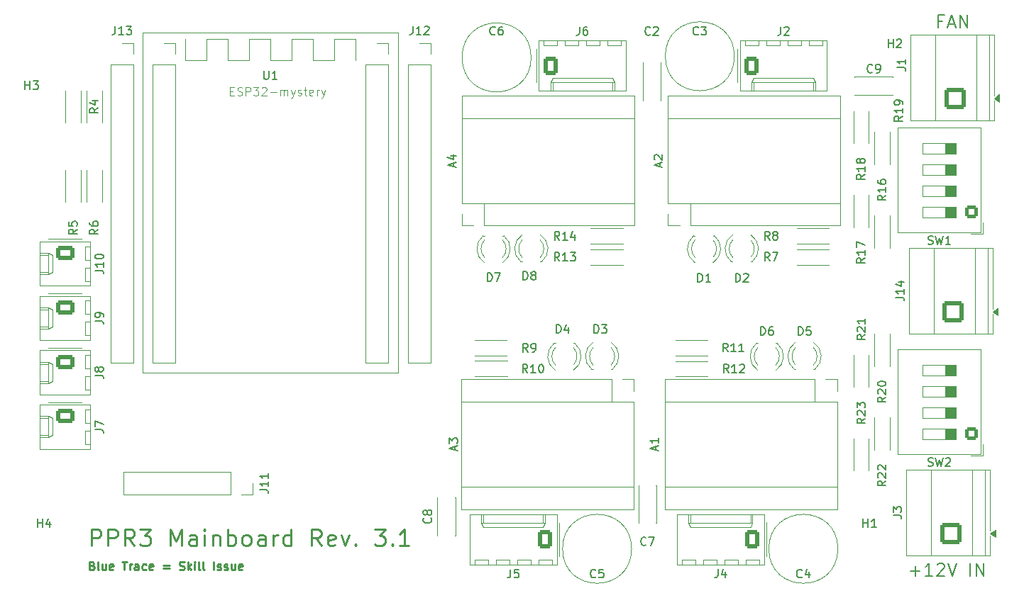
<source format=gto>
%TF.GenerationSoftware,KiCad,Pcbnew,9.0.1*%
%TF.CreationDate,2025-04-10T10:54:34+02:00*%
%TF.ProjectId,mainboard_pcb,6d61696e-626f-4617-9264-5f7063622e6b,rev?*%
%TF.SameCoordinates,Original*%
%TF.FileFunction,Legend,Top*%
%TF.FilePolarity,Positive*%
%FSLAX46Y46*%
G04 Gerber Fmt 4.6, Leading zero omitted, Abs format (unit mm)*
G04 Created by KiCad (PCBNEW 9.0.1) date 2025-04-10 10:54:34*
%MOMM*%
%LPD*%
G01*
G04 APERTURE LIST*
G04 Aperture macros list*
%AMRoundRect*
0 Rectangle with rounded corners*
0 $1 Rounding radius*
0 $2 $3 $4 $5 $6 $7 $8 $9 X,Y pos of 4 corners*
0 Add a 4 corners polygon primitive as box body*
4,1,4,$2,$3,$4,$5,$6,$7,$8,$9,$2,$3,0*
0 Add four circle primitives for the rounded corners*
1,1,$1+$1,$2,$3*
1,1,$1+$1,$4,$5*
1,1,$1+$1,$6,$7*
1,1,$1+$1,$8,$9*
0 Add four rect primitives between the rounded corners*
20,1,$1+$1,$2,$3,$4,$5,0*
20,1,$1+$1,$4,$5,$6,$7,0*
20,1,$1+$1,$6,$7,$8,$9,0*
20,1,$1+$1,$8,$9,$2,$3,0*%
G04 Aperture macros list end*
%ADD10C,0.250000*%
%ADD11C,0.150000*%
%ADD12C,0.100000*%
%ADD13C,0.120000*%
%ADD14C,3.200000*%
%ADD15R,1.800000X1.800000*%
%ADD16C,1.800000*%
%ADD17C,1.400000*%
%ADD18O,1.400000X1.400000*%
%ADD19R,1.600000X1.600000*%
%ADD20O,1.600000X1.600000*%
%ADD21RoundRect,0.250000X0.550000X0.550000X-0.550000X0.550000X-0.550000X-0.550000X0.550000X-0.550000X0*%
%ADD22C,1.600000*%
%ADD23RoundRect,0.250000X1.050000X-1.050000X1.050000X1.050000X-1.050000X1.050000X-1.050000X-1.050000X0*%
%ADD24C,2.600000*%
%ADD25RoundRect,0.250000X-0.845000X0.620000X-0.845000X-0.620000X0.845000X-0.620000X0.845000X0.620000X0*%
%ADD26O,2.190000X1.740000*%
%ADD27R,1.700000X1.700000*%
%ADD28C,1.700000*%
%ADD29RoundRect,0.250000X0.620000X0.845000X-0.620000X0.845000X-0.620000X-0.845000X0.620000X-0.845000X0*%
%ADD30O,1.740000X2.190000*%
%ADD31RoundRect,0.250000X-0.620000X-0.845000X0.620000X-0.845000X0.620000X0.845000X-0.620000X0.845000X0*%
G04 APERTURE END LIST*
D10*
X113640663Y-104992238D02*
X113640663Y-102992238D01*
X113640663Y-102992238D02*
X114402568Y-102992238D01*
X114402568Y-102992238D02*
X114593044Y-103087476D01*
X114593044Y-103087476D02*
X114688282Y-103182714D01*
X114688282Y-103182714D02*
X114783520Y-103373190D01*
X114783520Y-103373190D02*
X114783520Y-103658904D01*
X114783520Y-103658904D02*
X114688282Y-103849380D01*
X114688282Y-103849380D02*
X114593044Y-103944619D01*
X114593044Y-103944619D02*
X114402568Y-104039857D01*
X114402568Y-104039857D02*
X113640663Y-104039857D01*
X115640663Y-104992238D02*
X115640663Y-102992238D01*
X115640663Y-102992238D02*
X116402568Y-102992238D01*
X116402568Y-102992238D02*
X116593044Y-103087476D01*
X116593044Y-103087476D02*
X116688282Y-103182714D01*
X116688282Y-103182714D02*
X116783520Y-103373190D01*
X116783520Y-103373190D02*
X116783520Y-103658904D01*
X116783520Y-103658904D02*
X116688282Y-103849380D01*
X116688282Y-103849380D02*
X116593044Y-103944619D01*
X116593044Y-103944619D02*
X116402568Y-104039857D01*
X116402568Y-104039857D02*
X115640663Y-104039857D01*
X118783520Y-104992238D02*
X118116853Y-104039857D01*
X117640663Y-104992238D02*
X117640663Y-102992238D01*
X117640663Y-102992238D02*
X118402568Y-102992238D01*
X118402568Y-102992238D02*
X118593044Y-103087476D01*
X118593044Y-103087476D02*
X118688282Y-103182714D01*
X118688282Y-103182714D02*
X118783520Y-103373190D01*
X118783520Y-103373190D02*
X118783520Y-103658904D01*
X118783520Y-103658904D02*
X118688282Y-103849380D01*
X118688282Y-103849380D02*
X118593044Y-103944619D01*
X118593044Y-103944619D02*
X118402568Y-104039857D01*
X118402568Y-104039857D02*
X117640663Y-104039857D01*
X119450187Y-102992238D02*
X120688282Y-102992238D01*
X120688282Y-102992238D02*
X120021615Y-103754142D01*
X120021615Y-103754142D02*
X120307330Y-103754142D01*
X120307330Y-103754142D02*
X120497806Y-103849380D01*
X120497806Y-103849380D02*
X120593044Y-103944619D01*
X120593044Y-103944619D02*
X120688282Y-104135095D01*
X120688282Y-104135095D02*
X120688282Y-104611285D01*
X120688282Y-104611285D02*
X120593044Y-104801761D01*
X120593044Y-104801761D02*
X120497806Y-104897000D01*
X120497806Y-104897000D02*
X120307330Y-104992238D01*
X120307330Y-104992238D02*
X119735901Y-104992238D01*
X119735901Y-104992238D02*
X119545425Y-104897000D01*
X119545425Y-104897000D02*
X119450187Y-104801761D01*
X123069235Y-104992238D02*
X123069235Y-102992238D01*
X123069235Y-102992238D02*
X123735902Y-104420809D01*
X123735902Y-104420809D02*
X124402568Y-102992238D01*
X124402568Y-102992238D02*
X124402568Y-104992238D01*
X126212092Y-104992238D02*
X126212092Y-103944619D01*
X126212092Y-103944619D02*
X126116854Y-103754142D01*
X126116854Y-103754142D02*
X125926378Y-103658904D01*
X125926378Y-103658904D02*
X125545425Y-103658904D01*
X125545425Y-103658904D02*
X125354949Y-103754142D01*
X126212092Y-104897000D02*
X126021616Y-104992238D01*
X126021616Y-104992238D02*
X125545425Y-104992238D01*
X125545425Y-104992238D02*
X125354949Y-104897000D01*
X125354949Y-104897000D02*
X125259711Y-104706523D01*
X125259711Y-104706523D02*
X125259711Y-104516047D01*
X125259711Y-104516047D02*
X125354949Y-104325571D01*
X125354949Y-104325571D02*
X125545425Y-104230333D01*
X125545425Y-104230333D02*
X126021616Y-104230333D01*
X126021616Y-104230333D02*
X126212092Y-104135095D01*
X127164473Y-104992238D02*
X127164473Y-103658904D01*
X127164473Y-102992238D02*
X127069235Y-103087476D01*
X127069235Y-103087476D02*
X127164473Y-103182714D01*
X127164473Y-103182714D02*
X127259711Y-103087476D01*
X127259711Y-103087476D02*
X127164473Y-102992238D01*
X127164473Y-102992238D02*
X127164473Y-103182714D01*
X128116854Y-103658904D02*
X128116854Y-104992238D01*
X128116854Y-103849380D02*
X128212092Y-103754142D01*
X128212092Y-103754142D02*
X128402568Y-103658904D01*
X128402568Y-103658904D02*
X128688283Y-103658904D01*
X128688283Y-103658904D02*
X128878759Y-103754142D01*
X128878759Y-103754142D02*
X128973997Y-103944619D01*
X128973997Y-103944619D02*
X128973997Y-104992238D01*
X129926378Y-104992238D02*
X129926378Y-102992238D01*
X129926378Y-103754142D02*
X130116854Y-103658904D01*
X130116854Y-103658904D02*
X130497807Y-103658904D01*
X130497807Y-103658904D02*
X130688283Y-103754142D01*
X130688283Y-103754142D02*
X130783521Y-103849380D01*
X130783521Y-103849380D02*
X130878759Y-104039857D01*
X130878759Y-104039857D02*
X130878759Y-104611285D01*
X130878759Y-104611285D02*
X130783521Y-104801761D01*
X130783521Y-104801761D02*
X130688283Y-104897000D01*
X130688283Y-104897000D02*
X130497807Y-104992238D01*
X130497807Y-104992238D02*
X130116854Y-104992238D01*
X130116854Y-104992238D02*
X129926378Y-104897000D01*
X132021616Y-104992238D02*
X131831140Y-104897000D01*
X131831140Y-104897000D02*
X131735902Y-104801761D01*
X131735902Y-104801761D02*
X131640664Y-104611285D01*
X131640664Y-104611285D02*
X131640664Y-104039857D01*
X131640664Y-104039857D02*
X131735902Y-103849380D01*
X131735902Y-103849380D02*
X131831140Y-103754142D01*
X131831140Y-103754142D02*
X132021616Y-103658904D01*
X132021616Y-103658904D02*
X132307331Y-103658904D01*
X132307331Y-103658904D02*
X132497807Y-103754142D01*
X132497807Y-103754142D02*
X132593045Y-103849380D01*
X132593045Y-103849380D02*
X132688283Y-104039857D01*
X132688283Y-104039857D02*
X132688283Y-104611285D01*
X132688283Y-104611285D02*
X132593045Y-104801761D01*
X132593045Y-104801761D02*
X132497807Y-104897000D01*
X132497807Y-104897000D02*
X132307331Y-104992238D01*
X132307331Y-104992238D02*
X132021616Y-104992238D01*
X134402569Y-104992238D02*
X134402569Y-103944619D01*
X134402569Y-103944619D02*
X134307331Y-103754142D01*
X134307331Y-103754142D02*
X134116855Y-103658904D01*
X134116855Y-103658904D02*
X133735902Y-103658904D01*
X133735902Y-103658904D02*
X133545426Y-103754142D01*
X134402569Y-104897000D02*
X134212093Y-104992238D01*
X134212093Y-104992238D02*
X133735902Y-104992238D01*
X133735902Y-104992238D02*
X133545426Y-104897000D01*
X133545426Y-104897000D02*
X133450188Y-104706523D01*
X133450188Y-104706523D02*
X133450188Y-104516047D01*
X133450188Y-104516047D02*
X133545426Y-104325571D01*
X133545426Y-104325571D02*
X133735902Y-104230333D01*
X133735902Y-104230333D02*
X134212093Y-104230333D01*
X134212093Y-104230333D02*
X134402569Y-104135095D01*
X135354950Y-104992238D02*
X135354950Y-103658904D01*
X135354950Y-104039857D02*
X135450188Y-103849380D01*
X135450188Y-103849380D02*
X135545426Y-103754142D01*
X135545426Y-103754142D02*
X135735902Y-103658904D01*
X135735902Y-103658904D02*
X135926379Y-103658904D01*
X137450188Y-104992238D02*
X137450188Y-102992238D01*
X137450188Y-104897000D02*
X137259712Y-104992238D01*
X137259712Y-104992238D02*
X136878759Y-104992238D01*
X136878759Y-104992238D02*
X136688283Y-104897000D01*
X136688283Y-104897000D02*
X136593045Y-104801761D01*
X136593045Y-104801761D02*
X136497807Y-104611285D01*
X136497807Y-104611285D02*
X136497807Y-104039857D01*
X136497807Y-104039857D02*
X136593045Y-103849380D01*
X136593045Y-103849380D02*
X136688283Y-103754142D01*
X136688283Y-103754142D02*
X136878759Y-103658904D01*
X136878759Y-103658904D02*
X137259712Y-103658904D01*
X137259712Y-103658904D02*
X137450188Y-103754142D01*
X141069236Y-104992238D02*
X140402569Y-104039857D01*
X139926379Y-104992238D02*
X139926379Y-102992238D01*
X139926379Y-102992238D02*
X140688284Y-102992238D01*
X140688284Y-102992238D02*
X140878760Y-103087476D01*
X140878760Y-103087476D02*
X140973998Y-103182714D01*
X140973998Y-103182714D02*
X141069236Y-103373190D01*
X141069236Y-103373190D02*
X141069236Y-103658904D01*
X141069236Y-103658904D02*
X140973998Y-103849380D01*
X140973998Y-103849380D02*
X140878760Y-103944619D01*
X140878760Y-103944619D02*
X140688284Y-104039857D01*
X140688284Y-104039857D02*
X139926379Y-104039857D01*
X142688284Y-104897000D02*
X142497808Y-104992238D01*
X142497808Y-104992238D02*
X142116855Y-104992238D01*
X142116855Y-104992238D02*
X141926379Y-104897000D01*
X141926379Y-104897000D02*
X141831141Y-104706523D01*
X141831141Y-104706523D02*
X141831141Y-103944619D01*
X141831141Y-103944619D02*
X141926379Y-103754142D01*
X141926379Y-103754142D02*
X142116855Y-103658904D01*
X142116855Y-103658904D02*
X142497808Y-103658904D01*
X142497808Y-103658904D02*
X142688284Y-103754142D01*
X142688284Y-103754142D02*
X142783522Y-103944619D01*
X142783522Y-103944619D02*
X142783522Y-104135095D01*
X142783522Y-104135095D02*
X141831141Y-104325571D01*
X143450189Y-103658904D02*
X143926379Y-104992238D01*
X143926379Y-104992238D02*
X144402570Y-103658904D01*
X145164475Y-104801761D02*
X145259713Y-104897000D01*
X145259713Y-104897000D02*
X145164475Y-104992238D01*
X145164475Y-104992238D02*
X145069237Y-104897000D01*
X145069237Y-104897000D02*
X145164475Y-104801761D01*
X145164475Y-104801761D02*
X145164475Y-104992238D01*
X147450190Y-102992238D02*
X148688285Y-102992238D01*
X148688285Y-102992238D02*
X148021618Y-103754142D01*
X148021618Y-103754142D02*
X148307333Y-103754142D01*
X148307333Y-103754142D02*
X148497809Y-103849380D01*
X148497809Y-103849380D02*
X148593047Y-103944619D01*
X148593047Y-103944619D02*
X148688285Y-104135095D01*
X148688285Y-104135095D02*
X148688285Y-104611285D01*
X148688285Y-104611285D02*
X148593047Y-104801761D01*
X148593047Y-104801761D02*
X148497809Y-104897000D01*
X148497809Y-104897000D02*
X148307333Y-104992238D01*
X148307333Y-104992238D02*
X147735904Y-104992238D01*
X147735904Y-104992238D02*
X147545428Y-104897000D01*
X147545428Y-104897000D02*
X147450190Y-104801761D01*
X149545428Y-104801761D02*
X149640666Y-104897000D01*
X149640666Y-104897000D02*
X149545428Y-104992238D01*
X149545428Y-104992238D02*
X149450190Y-104897000D01*
X149450190Y-104897000D02*
X149545428Y-104801761D01*
X149545428Y-104801761D02*
X149545428Y-104992238D01*
X151545428Y-104992238D02*
X150402571Y-104992238D01*
X150973999Y-104992238D02*
X150973999Y-102992238D01*
X150973999Y-102992238D02*
X150783523Y-103277952D01*
X150783523Y-103277952D02*
X150593047Y-103468428D01*
X150593047Y-103468428D02*
X150402571Y-103563666D01*
X113735901Y-107340809D02*
X113878758Y-107388428D01*
X113878758Y-107388428D02*
X113926377Y-107436047D01*
X113926377Y-107436047D02*
X113973996Y-107531285D01*
X113973996Y-107531285D02*
X113973996Y-107674142D01*
X113973996Y-107674142D02*
X113926377Y-107769380D01*
X113926377Y-107769380D02*
X113878758Y-107817000D01*
X113878758Y-107817000D02*
X113783520Y-107864619D01*
X113783520Y-107864619D02*
X113402568Y-107864619D01*
X113402568Y-107864619D02*
X113402568Y-106864619D01*
X113402568Y-106864619D02*
X113735901Y-106864619D01*
X113735901Y-106864619D02*
X113831139Y-106912238D01*
X113831139Y-106912238D02*
X113878758Y-106959857D01*
X113878758Y-106959857D02*
X113926377Y-107055095D01*
X113926377Y-107055095D02*
X113926377Y-107150333D01*
X113926377Y-107150333D02*
X113878758Y-107245571D01*
X113878758Y-107245571D02*
X113831139Y-107293190D01*
X113831139Y-107293190D02*
X113735901Y-107340809D01*
X113735901Y-107340809D02*
X113402568Y-107340809D01*
X114545425Y-107864619D02*
X114450187Y-107817000D01*
X114450187Y-107817000D02*
X114402568Y-107721761D01*
X114402568Y-107721761D02*
X114402568Y-106864619D01*
X115354949Y-107197952D02*
X115354949Y-107864619D01*
X114926378Y-107197952D02*
X114926378Y-107721761D01*
X114926378Y-107721761D02*
X114973997Y-107817000D01*
X114973997Y-107817000D02*
X115069235Y-107864619D01*
X115069235Y-107864619D02*
X115212092Y-107864619D01*
X115212092Y-107864619D02*
X115307330Y-107817000D01*
X115307330Y-107817000D02*
X115354949Y-107769380D01*
X116212092Y-107817000D02*
X116116854Y-107864619D01*
X116116854Y-107864619D02*
X115926378Y-107864619D01*
X115926378Y-107864619D02*
X115831140Y-107817000D01*
X115831140Y-107817000D02*
X115783521Y-107721761D01*
X115783521Y-107721761D02*
X115783521Y-107340809D01*
X115783521Y-107340809D02*
X115831140Y-107245571D01*
X115831140Y-107245571D02*
X115926378Y-107197952D01*
X115926378Y-107197952D02*
X116116854Y-107197952D01*
X116116854Y-107197952D02*
X116212092Y-107245571D01*
X116212092Y-107245571D02*
X116259711Y-107340809D01*
X116259711Y-107340809D02*
X116259711Y-107436047D01*
X116259711Y-107436047D02*
X115783521Y-107531285D01*
X117307331Y-106864619D02*
X117878759Y-106864619D01*
X117593045Y-107864619D02*
X117593045Y-106864619D01*
X118212093Y-107864619D02*
X118212093Y-107197952D01*
X118212093Y-107388428D02*
X118259712Y-107293190D01*
X118259712Y-107293190D02*
X118307331Y-107245571D01*
X118307331Y-107245571D02*
X118402569Y-107197952D01*
X118402569Y-107197952D02*
X118497807Y-107197952D01*
X119259712Y-107864619D02*
X119259712Y-107340809D01*
X119259712Y-107340809D02*
X119212093Y-107245571D01*
X119212093Y-107245571D02*
X119116855Y-107197952D01*
X119116855Y-107197952D02*
X118926379Y-107197952D01*
X118926379Y-107197952D02*
X118831141Y-107245571D01*
X119259712Y-107817000D02*
X119164474Y-107864619D01*
X119164474Y-107864619D02*
X118926379Y-107864619D01*
X118926379Y-107864619D02*
X118831141Y-107817000D01*
X118831141Y-107817000D02*
X118783522Y-107721761D01*
X118783522Y-107721761D02*
X118783522Y-107626523D01*
X118783522Y-107626523D02*
X118831141Y-107531285D01*
X118831141Y-107531285D02*
X118926379Y-107483666D01*
X118926379Y-107483666D02*
X119164474Y-107483666D01*
X119164474Y-107483666D02*
X119259712Y-107436047D01*
X120164474Y-107817000D02*
X120069236Y-107864619D01*
X120069236Y-107864619D02*
X119878760Y-107864619D01*
X119878760Y-107864619D02*
X119783522Y-107817000D01*
X119783522Y-107817000D02*
X119735903Y-107769380D01*
X119735903Y-107769380D02*
X119688284Y-107674142D01*
X119688284Y-107674142D02*
X119688284Y-107388428D01*
X119688284Y-107388428D02*
X119735903Y-107293190D01*
X119735903Y-107293190D02*
X119783522Y-107245571D01*
X119783522Y-107245571D02*
X119878760Y-107197952D01*
X119878760Y-107197952D02*
X120069236Y-107197952D01*
X120069236Y-107197952D02*
X120164474Y-107245571D01*
X120973998Y-107817000D02*
X120878760Y-107864619D01*
X120878760Y-107864619D02*
X120688284Y-107864619D01*
X120688284Y-107864619D02*
X120593046Y-107817000D01*
X120593046Y-107817000D02*
X120545427Y-107721761D01*
X120545427Y-107721761D02*
X120545427Y-107340809D01*
X120545427Y-107340809D02*
X120593046Y-107245571D01*
X120593046Y-107245571D02*
X120688284Y-107197952D01*
X120688284Y-107197952D02*
X120878760Y-107197952D01*
X120878760Y-107197952D02*
X120973998Y-107245571D01*
X120973998Y-107245571D02*
X121021617Y-107340809D01*
X121021617Y-107340809D02*
X121021617Y-107436047D01*
X121021617Y-107436047D02*
X120545427Y-107531285D01*
X122212094Y-107340809D02*
X122973999Y-107340809D01*
X122973999Y-107626523D02*
X122212094Y-107626523D01*
X124164475Y-107817000D02*
X124307332Y-107864619D01*
X124307332Y-107864619D02*
X124545427Y-107864619D01*
X124545427Y-107864619D02*
X124640665Y-107817000D01*
X124640665Y-107817000D02*
X124688284Y-107769380D01*
X124688284Y-107769380D02*
X124735903Y-107674142D01*
X124735903Y-107674142D02*
X124735903Y-107578904D01*
X124735903Y-107578904D02*
X124688284Y-107483666D01*
X124688284Y-107483666D02*
X124640665Y-107436047D01*
X124640665Y-107436047D02*
X124545427Y-107388428D01*
X124545427Y-107388428D02*
X124354951Y-107340809D01*
X124354951Y-107340809D02*
X124259713Y-107293190D01*
X124259713Y-107293190D02*
X124212094Y-107245571D01*
X124212094Y-107245571D02*
X124164475Y-107150333D01*
X124164475Y-107150333D02*
X124164475Y-107055095D01*
X124164475Y-107055095D02*
X124212094Y-106959857D01*
X124212094Y-106959857D02*
X124259713Y-106912238D01*
X124259713Y-106912238D02*
X124354951Y-106864619D01*
X124354951Y-106864619D02*
X124593046Y-106864619D01*
X124593046Y-106864619D02*
X124735903Y-106912238D01*
X125164475Y-107864619D02*
X125164475Y-106864619D01*
X125259713Y-107483666D02*
X125545427Y-107864619D01*
X125545427Y-107197952D02*
X125164475Y-107578904D01*
X125973999Y-107864619D02*
X125973999Y-107197952D01*
X125973999Y-106864619D02*
X125926380Y-106912238D01*
X125926380Y-106912238D02*
X125973999Y-106959857D01*
X125973999Y-106959857D02*
X126021618Y-106912238D01*
X126021618Y-106912238D02*
X125973999Y-106864619D01*
X125973999Y-106864619D02*
X125973999Y-106959857D01*
X126593046Y-107864619D02*
X126497808Y-107817000D01*
X126497808Y-107817000D02*
X126450189Y-107721761D01*
X126450189Y-107721761D02*
X126450189Y-106864619D01*
X127116856Y-107864619D02*
X127021618Y-107817000D01*
X127021618Y-107817000D02*
X126973999Y-107721761D01*
X126973999Y-107721761D02*
X126973999Y-106864619D01*
X128259714Y-107864619D02*
X128259714Y-106864619D01*
X128688285Y-107817000D02*
X128783523Y-107864619D01*
X128783523Y-107864619D02*
X128973999Y-107864619D01*
X128973999Y-107864619D02*
X129069237Y-107817000D01*
X129069237Y-107817000D02*
X129116856Y-107721761D01*
X129116856Y-107721761D02*
X129116856Y-107674142D01*
X129116856Y-107674142D02*
X129069237Y-107578904D01*
X129069237Y-107578904D02*
X128973999Y-107531285D01*
X128973999Y-107531285D02*
X128831142Y-107531285D01*
X128831142Y-107531285D02*
X128735904Y-107483666D01*
X128735904Y-107483666D02*
X128688285Y-107388428D01*
X128688285Y-107388428D02*
X128688285Y-107340809D01*
X128688285Y-107340809D02*
X128735904Y-107245571D01*
X128735904Y-107245571D02*
X128831142Y-107197952D01*
X128831142Y-107197952D02*
X128973999Y-107197952D01*
X128973999Y-107197952D02*
X129069237Y-107245571D01*
X129497809Y-107817000D02*
X129593047Y-107864619D01*
X129593047Y-107864619D02*
X129783523Y-107864619D01*
X129783523Y-107864619D02*
X129878761Y-107817000D01*
X129878761Y-107817000D02*
X129926380Y-107721761D01*
X129926380Y-107721761D02*
X129926380Y-107674142D01*
X129926380Y-107674142D02*
X129878761Y-107578904D01*
X129878761Y-107578904D02*
X129783523Y-107531285D01*
X129783523Y-107531285D02*
X129640666Y-107531285D01*
X129640666Y-107531285D02*
X129545428Y-107483666D01*
X129545428Y-107483666D02*
X129497809Y-107388428D01*
X129497809Y-107388428D02*
X129497809Y-107340809D01*
X129497809Y-107340809D02*
X129545428Y-107245571D01*
X129545428Y-107245571D02*
X129640666Y-107197952D01*
X129640666Y-107197952D02*
X129783523Y-107197952D01*
X129783523Y-107197952D02*
X129878761Y-107245571D01*
X130783523Y-107197952D02*
X130783523Y-107864619D01*
X130354952Y-107197952D02*
X130354952Y-107721761D01*
X130354952Y-107721761D02*
X130402571Y-107817000D01*
X130402571Y-107817000D02*
X130497809Y-107864619D01*
X130497809Y-107864619D02*
X130640666Y-107864619D01*
X130640666Y-107864619D02*
X130735904Y-107817000D01*
X130735904Y-107817000D02*
X130783523Y-107769380D01*
X131640666Y-107817000D02*
X131545428Y-107864619D01*
X131545428Y-107864619D02*
X131354952Y-107864619D01*
X131354952Y-107864619D02*
X131259714Y-107817000D01*
X131259714Y-107817000D02*
X131212095Y-107721761D01*
X131212095Y-107721761D02*
X131212095Y-107340809D01*
X131212095Y-107340809D02*
X131259714Y-107245571D01*
X131259714Y-107245571D02*
X131354952Y-107197952D01*
X131354952Y-107197952D02*
X131545428Y-107197952D01*
X131545428Y-107197952D02*
X131640666Y-107245571D01*
X131640666Y-107245571D02*
X131688285Y-107340809D01*
X131688285Y-107340809D02*
X131688285Y-107436047D01*
X131688285Y-107436047D02*
X131212095Y-107531285D01*
D11*
X215205826Y-42272914D02*
X214705826Y-42272914D01*
X214705826Y-43058628D02*
X214705826Y-41558628D01*
X214705826Y-41558628D02*
X215420112Y-41558628D01*
X215920112Y-42630057D02*
X216634398Y-42630057D01*
X215777255Y-43058628D02*
X216277255Y-41558628D01*
X216277255Y-41558628D02*
X216777255Y-43058628D01*
X217277254Y-43058628D02*
X217277254Y-41558628D01*
X217277254Y-41558628D02*
X218134397Y-43058628D01*
X218134397Y-43058628D02*
X218134397Y-41558628D01*
X211379269Y-107987200D02*
X212522127Y-107987200D01*
X211950698Y-108558628D02*
X211950698Y-107415771D01*
X214022127Y-108558628D02*
X213164984Y-108558628D01*
X213593555Y-108558628D02*
X213593555Y-107058628D01*
X213593555Y-107058628D02*
X213450698Y-107272914D01*
X213450698Y-107272914D02*
X213307841Y-107415771D01*
X213307841Y-107415771D02*
X213164984Y-107487200D01*
X214593555Y-107201485D02*
X214664983Y-107130057D01*
X214664983Y-107130057D02*
X214807841Y-107058628D01*
X214807841Y-107058628D02*
X215164983Y-107058628D01*
X215164983Y-107058628D02*
X215307841Y-107130057D01*
X215307841Y-107130057D02*
X215379269Y-107201485D01*
X215379269Y-107201485D02*
X215450698Y-107344342D01*
X215450698Y-107344342D02*
X215450698Y-107487200D01*
X215450698Y-107487200D02*
X215379269Y-107701485D01*
X215379269Y-107701485D02*
X214522126Y-108558628D01*
X214522126Y-108558628D02*
X215450698Y-108558628D01*
X215879269Y-107058628D02*
X216379269Y-108558628D01*
X216379269Y-108558628D02*
X216879269Y-107058628D01*
X218522125Y-108558628D02*
X218522125Y-107058628D01*
X219236411Y-108558628D02*
X219236411Y-107058628D01*
X219236411Y-107058628D02*
X220093554Y-108558628D01*
X220093554Y-108558628D02*
X220093554Y-107058628D01*
X107238095Y-102754819D02*
X107238095Y-101754819D01*
X107238095Y-102231009D02*
X107809523Y-102231009D01*
X107809523Y-102754819D02*
X107809523Y-101754819D01*
X108714285Y-102088152D02*
X108714285Y-102754819D01*
X108476190Y-101707200D02*
X108238095Y-102421485D01*
X108238095Y-102421485D02*
X108857142Y-102421485D01*
X160901905Y-73399819D02*
X160901905Y-72399819D01*
X160901905Y-72399819D02*
X161140000Y-72399819D01*
X161140000Y-72399819D02*
X161282857Y-72447438D01*
X161282857Y-72447438D02*
X161378095Y-72542676D01*
X161378095Y-72542676D02*
X161425714Y-72637914D01*
X161425714Y-72637914D02*
X161473333Y-72828390D01*
X161473333Y-72828390D02*
X161473333Y-72971247D01*
X161473333Y-72971247D02*
X161425714Y-73161723D01*
X161425714Y-73161723D02*
X161378095Y-73256961D01*
X161378095Y-73256961D02*
X161282857Y-73352200D01*
X161282857Y-73352200D02*
X161140000Y-73399819D01*
X161140000Y-73399819D02*
X160901905Y-73399819D01*
X161806667Y-72399819D02*
X162473333Y-72399819D01*
X162473333Y-72399819D02*
X162044762Y-73399819D01*
X205954819Y-60602857D02*
X205478628Y-60936190D01*
X205954819Y-61174285D02*
X204954819Y-61174285D01*
X204954819Y-61174285D02*
X204954819Y-60793333D01*
X204954819Y-60793333D02*
X205002438Y-60698095D01*
X205002438Y-60698095D02*
X205050057Y-60650476D01*
X205050057Y-60650476D02*
X205145295Y-60602857D01*
X205145295Y-60602857D02*
X205288152Y-60602857D01*
X205288152Y-60602857D02*
X205383390Y-60650476D01*
X205383390Y-60650476D02*
X205431009Y-60698095D01*
X205431009Y-60698095D02*
X205478628Y-60793333D01*
X205478628Y-60793333D02*
X205478628Y-61174285D01*
X205954819Y-59650476D02*
X205954819Y-60221904D01*
X205954819Y-59936190D02*
X204954819Y-59936190D01*
X204954819Y-59936190D02*
X205097676Y-60031428D01*
X205097676Y-60031428D02*
X205192914Y-60126666D01*
X205192914Y-60126666D02*
X205240533Y-60221904D01*
X205383390Y-59079047D02*
X205335771Y-59174285D01*
X205335771Y-59174285D02*
X205288152Y-59221904D01*
X205288152Y-59221904D02*
X205192914Y-59269523D01*
X205192914Y-59269523D02*
X205145295Y-59269523D01*
X205145295Y-59269523D02*
X205050057Y-59221904D01*
X205050057Y-59221904D02*
X205002438Y-59174285D01*
X205002438Y-59174285D02*
X204954819Y-59079047D01*
X204954819Y-59079047D02*
X204954819Y-58888571D01*
X204954819Y-58888571D02*
X205002438Y-58793333D01*
X205002438Y-58793333D02*
X205050057Y-58745714D01*
X205050057Y-58745714D02*
X205145295Y-58698095D01*
X205145295Y-58698095D02*
X205192914Y-58698095D01*
X205192914Y-58698095D02*
X205288152Y-58745714D01*
X205288152Y-58745714D02*
X205335771Y-58793333D01*
X205335771Y-58793333D02*
X205383390Y-58888571D01*
X205383390Y-58888571D02*
X205383390Y-59079047D01*
X205383390Y-59079047D02*
X205431009Y-59174285D01*
X205431009Y-59174285D02*
X205478628Y-59221904D01*
X205478628Y-59221904D02*
X205573866Y-59269523D01*
X205573866Y-59269523D02*
X205764342Y-59269523D01*
X205764342Y-59269523D02*
X205859580Y-59221904D01*
X205859580Y-59221904D02*
X205907200Y-59174285D01*
X205907200Y-59174285D02*
X205954819Y-59079047D01*
X205954819Y-59079047D02*
X205954819Y-58888571D01*
X205954819Y-58888571D02*
X205907200Y-58793333D01*
X205907200Y-58793333D02*
X205859580Y-58745714D01*
X205859580Y-58745714D02*
X205764342Y-58698095D01*
X205764342Y-58698095D02*
X205573866Y-58698095D01*
X205573866Y-58698095D02*
X205478628Y-58745714D01*
X205478628Y-58745714D02*
X205431009Y-58793333D01*
X205431009Y-58793333D02*
X205383390Y-58888571D01*
X208454819Y-87222857D02*
X207978628Y-87556190D01*
X208454819Y-87794285D02*
X207454819Y-87794285D01*
X207454819Y-87794285D02*
X207454819Y-87413333D01*
X207454819Y-87413333D02*
X207502438Y-87318095D01*
X207502438Y-87318095D02*
X207550057Y-87270476D01*
X207550057Y-87270476D02*
X207645295Y-87222857D01*
X207645295Y-87222857D02*
X207788152Y-87222857D01*
X207788152Y-87222857D02*
X207883390Y-87270476D01*
X207883390Y-87270476D02*
X207931009Y-87318095D01*
X207931009Y-87318095D02*
X207978628Y-87413333D01*
X207978628Y-87413333D02*
X207978628Y-87794285D01*
X207550057Y-86841904D02*
X207502438Y-86794285D01*
X207502438Y-86794285D02*
X207454819Y-86699047D01*
X207454819Y-86699047D02*
X207454819Y-86460952D01*
X207454819Y-86460952D02*
X207502438Y-86365714D01*
X207502438Y-86365714D02*
X207550057Y-86318095D01*
X207550057Y-86318095D02*
X207645295Y-86270476D01*
X207645295Y-86270476D02*
X207740533Y-86270476D01*
X207740533Y-86270476D02*
X207883390Y-86318095D01*
X207883390Y-86318095D02*
X208454819Y-86889523D01*
X208454819Y-86889523D02*
X208454819Y-86270476D01*
X207454819Y-85651428D02*
X207454819Y-85556190D01*
X207454819Y-85556190D02*
X207502438Y-85460952D01*
X207502438Y-85460952D02*
X207550057Y-85413333D01*
X207550057Y-85413333D02*
X207645295Y-85365714D01*
X207645295Y-85365714D02*
X207835771Y-85318095D01*
X207835771Y-85318095D02*
X208073866Y-85318095D01*
X208073866Y-85318095D02*
X208264342Y-85365714D01*
X208264342Y-85365714D02*
X208359580Y-85413333D01*
X208359580Y-85413333D02*
X208407200Y-85460952D01*
X208407200Y-85460952D02*
X208454819Y-85556190D01*
X208454819Y-85556190D02*
X208454819Y-85651428D01*
X208454819Y-85651428D02*
X208407200Y-85746666D01*
X208407200Y-85746666D02*
X208359580Y-85794285D01*
X208359580Y-85794285D02*
X208264342Y-85841904D01*
X208264342Y-85841904D02*
X208073866Y-85889523D01*
X208073866Y-85889523D02*
X207835771Y-85889523D01*
X207835771Y-85889523D02*
X207645295Y-85841904D01*
X207645295Y-85841904D02*
X207550057Y-85794285D01*
X207550057Y-85794285D02*
X207502438Y-85746666D01*
X207502438Y-85746666D02*
X207454819Y-85651428D01*
X208454819Y-63102857D02*
X207978628Y-63436190D01*
X208454819Y-63674285D02*
X207454819Y-63674285D01*
X207454819Y-63674285D02*
X207454819Y-63293333D01*
X207454819Y-63293333D02*
X207502438Y-63198095D01*
X207502438Y-63198095D02*
X207550057Y-63150476D01*
X207550057Y-63150476D02*
X207645295Y-63102857D01*
X207645295Y-63102857D02*
X207788152Y-63102857D01*
X207788152Y-63102857D02*
X207883390Y-63150476D01*
X207883390Y-63150476D02*
X207931009Y-63198095D01*
X207931009Y-63198095D02*
X207978628Y-63293333D01*
X207978628Y-63293333D02*
X207978628Y-63674285D01*
X208454819Y-62150476D02*
X208454819Y-62721904D01*
X208454819Y-62436190D02*
X207454819Y-62436190D01*
X207454819Y-62436190D02*
X207597676Y-62531428D01*
X207597676Y-62531428D02*
X207692914Y-62626666D01*
X207692914Y-62626666D02*
X207740533Y-62721904D01*
X207454819Y-61293333D02*
X207454819Y-61483809D01*
X207454819Y-61483809D02*
X207502438Y-61579047D01*
X207502438Y-61579047D02*
X207550057Y-61626666D01*
X207550057Y-61626666D02*
X207692914Y-61721904D01*
X207692914Y-61721904D02*
X207883390Y-61769523D01*
X207883390Y-61769523D02*
X208264342Y-61769523D01*
X208264342Y-61769523D02*
X208359580Y-61721904D01*
X208359580Y-61721904D02*
X208407200Y-61674285D01*
X208407200Y-61674285D02*
X208454819Y-61579047D01*
X208454819Y-61579047D02*
X208454819Y-61388571D01*
X208454819Y-61388571D02*
X208407200Y-61293333D01*
X208407200Y-61293333D02*
X208359580Y-61245714D01*
X208359580Y-61245714D02*
X208264342Y-61198095D01*
X208264342Y-61198095D02*
X208026247Y-61198095D01*
X208026247Y-61198095D02*
X207931009Y-61245714D01*
X207931009Y-61245714D02*
X207883390Y-61293333D01*
X207883390Y-61293333D02*
X207835771Y-61388571D01*
X207835771Y-61388571D02*
X207835771Y-61579047D01*
X207835771Y-61579047D02*
X207883390Y-61674285D01*
X207883390Y-61674285D02*
X207931009Y-61721904D01*
X207931009Y-61721904D02*
X208026247Y-61769523D01*
X181019104Y-93554285D02*
X181019104Y-93078095D01*
X181304819Y-93649523D02*
X180304819Y-93316190D01*
X180304819Y-93316190D02*
X181304819Y-92982857D01*
X181304819Y-92125714D02*
X181304819Y-92697142D01*
X181304819Y-92411428D02*
X180304819Y-92411428D01*
X180304819Y-92411428D02*
X180447676Y-92506666D01*
X180447676Y-92506666D02*
X180542914Y-92601904D01*
X180542914Y-92601904D02*
X180590533Y-92697142D01*
X193501905Y-79794819D02*
X193501905Y-78794819D01*
X193501905Y-78794819D02*
X193740000Y-78794819D01*
X193740000Y-78794819D02*
X193882857Y-78842438D01*
X193882857Y-78842438D02*
X193978095Y-78937676D01*
X193978095Y-78937676D02*
X194025714Y-79032914D01*
X194025714Y-79032914D02*
X194073333Y-79223390D01*
X194073333Y-79223390D02*
X194073333Y-79366247D01*
X194073333Y-79366247D02*
X194025714Y-79556723D01*
X194025714Y-79556723D02*
X193978095Y-79651961D01*
X193978095Y-79651961D02*
X193882857Y-79747200D01*
X193882857Y-79747200D02*
X193740000Y-79794819D01*
X193740000Y-79794819D02*
X193501905Y-79794819D01*
X194930476Y-78794819D02*
X194740000Y-78794819D01*
X194740000Y-78794819D02*
X194644762Y-78842438D01*
X194644762Y-78842438D02*
X194597143Y-78890057D01*
X194597143Y-78890057D02*
X194501905Y-79032914D01*
X194501905Y-79032914D02*
X194454286Y-79223390D01*
X194454286Y-79223390D02*
X194454286Y-79604342D01*
X194454286Y-79604342D02*
X194501905Y-79699580D01*
X194501905Y-79699580D02*
X194549524Y-79747200D01*
X194549524Y-79747200D02*
X194644762Y-79794819D01*
X194644762Y-79794819D02*
X194835238Y-79794819D01*
X194835238Y-79794819D02*
X194930476Y-79747200D01*
X194930476Y-79747200D02*
X194978095Y-79699580D01*
X194978095Y-79699580D02*
X195025714Y-79604342D01*
X195025714Y-79604342D02*
X195025714Y-79366247D01*
X195025714Y-79366247D02*
X194978095Y-79271009D01*
X194978095Y-79271009D02*
X194930476Y-79223390D01*
X194930476Y-79223390D02*
X194835238Y-79175771D01*
X194835238Y-79175771D02*
X194644762Y-79175771D01*
X194644762Y-79175771D02*
X194549524Y-79223390D01*
X194549524Y-79223390D02*
X194501905Y-79271009D01*
X194501905Y-79271009D02*
X194454286Y-79366247D01*
X165685806Y-84294777D02*
X165352473Y-83818586D01*
X165114378Y-84294777D02*
X165114378Y-83294777D01*
X165114378Y-83294777D02*
X165495330Y-83294777D01*
X165495330Y-83294777D02*
X165590568Y-83342396D01*
X165590568Y-83342396D02*
X165638187Y-83390015D01*
X165638187Y-83390015D02*
X165685806Y-83485253D01*
X165685806Y-83485253D02*
X165685806Y-83628110D01*
X165685806Y-83628110D02*
X165638187Y-83723348D01*
X165638187Y-83723348D02*
X165590568Y-83770967D01*
X165590568Y-83770967D02*
X165495330Y-83818586D01*
X165495330Y-83818586D02*
X165114378Y-83818586D01*
X166638187Y-84294777D02*
X166066759Y-84294777D01*
X166352473Y-84294777D02*
X166352473Y-83294777D01*
X166352473Y-83294777D02*
X166257235Y-83437634D01*
X166257235Y-83437634D02*
X166161997Y-83532872D01*
X166161997Y-83532872D02*
X166066759Y-83580491D01*
X167257235Y-83294777D02*
X167352473Y-83294777D01*
X167352473Y-83294777D02*
X167447711Y-83342396D01*
X167447711Y-83342396D02*
X167495330Y-83390015D01*
X167495330Y-83390015D02*
X167542949Y-83485253D01*
X167542949Y-83485253D02*
X167590568Y-83675729D01*
X167590568Y-83675729D02*
X167590568Y-83913824D01*
X167590568Y-83913824D02*
X167542949Y-84104300D01*
X167542949Y-84104300D02*
X167495330Y-84199538D01*
X167495330Y-84199538D02*
X167447711Y-84247158D01*
X167447711Y-84247158D02*
X167352473Y-84294777D01*
X167352473Y-84294777D02*
X167257235Y-84294777D01*
X167257235Y-84294777D02*
X167161997Y-84247158D01*
X167161997Y-84247158D02*
X167114378Y-84199538D01*
X167114378Y-84199538D02*
X167066759Y-84104300D01*
X167066759Y-84104300D02*
X167019140Y-83913824D01*
X167019140Y-83913824D02*
X167019140Y-83675729D01*
X167019140Y-83675729D02*
X167066759Y-83485253D01*
X167066759Y-83485253D02*
X167114378Y-83390015D01*
X167114378Y-83390015D02*
X167161997Y-83342396D01*
X167161997Y-83342396D02*
X167257235Y-83294777D01*
X190511905Y-73439819D02*
X190511905Y-72439819D01*
X190511905Y-72439819D02*
X190750000Y-72439819D01*
X190750000Y-72439819D02*
X190892857Y-72487438D01*
X190892857Y-72487438D02*
X190988095Y-72582676D01*
X190988095Y-72582676D02*
X191035714Y-72677914D01*
X191035714Y-72677914D02*
X191083333Y-72868390D01*
X191083333Y-72868390D02*
X191083333Y-73011247D01*
X191083333Y-73011247D02*
X191035714Y-73201723D01*
X191035714Y-73201723D02*
X190988095Y-73296961D01*
X190988095Y-73296961D02*
X190892857Y-73392200D01*
X190892857Y-73392200D02*
X190750000Y-73439819D01*
X190750000Y-73439819D02*
X190511905Y-73439819D01*
X191464286Y-72535057D02*
X191511905Y-72487438D01*
X191511905Y-72487438D02*
X191607143Y-72439819D01*
X191607143Y-72439819D02*
X191845238Y-72439819D01*
X191845238Y-72439819D02*
X191940476Y-72487438D01*
X191940476Y-72487438D02*
X191988095Y-72535057D01*
X191988095Y-72535057D02*
X192035714Y-72630295D01*
X192035714Y-72630295D02*
X192035714Y-72725533D01*
X192035714Y-72725533D02*
X191988095Y-72868390D01*
X191988095Y-72868390D02*
X191416667Y-73439819D01*
X191416667Y-73439819D02*
X192035714Y-73439819D01*
X205954819Y-70602857D02*
X205478628Y-70936190D01*
X205954819Y-71174285D02*
X204954819Y-71174285D01*
X204954819Y-71174285D02*
X204954819Y-70793333D01*
X204954819Y-70793333D02*
X205002438Y-70698095D01*
X205002438Y-70698095D02*
X205050057Y-70650476D01*
X205050057Y-70650476D02*
X205145295Y-70602857D01*
X205145295Y-70602857D02*
X205288152Y-70602857D01*
X205288152Y-70602857D02*
X205383390Y-70650476D01*
X205383390Y-70650476D02*
X205431009Y-70698095D01*
X205431009Y-70698095D02*
X205478628Y-70793333D01*
X205478628Y-70793333D02*
X205478628Y-71174285D01*
X205954819Y-69650476D02*
X205954819Y-70221904D01*
X205954819Y-69936190D02*
X204954819Y-69936190D01*
X204954819Y-69936190D02*
X205097676Y-70031428D01*
X205097676Y-70031428D02*
X205192914Y-70126666D01*
X205192914Y-70126666D02*
X205240533Y-70221904D01*
X204954819Y-69317142D02*
X204954819Y-68650476D01*
X204954819Y-68650476D02*
X205954819Y-69079047D01*
X194583333Y-68439819D02*
X194250000Y-67963628D01*
X194011905Y-68439819D02*
X194011905Y-67439819D01*
X194011905Y-67439819D02*
X194392857Y-67439819D01*
X194392857Y-67439819D02*
X194488095Y-67487438D01*
X194488095Y-67487438D02*
X194535714Y-67535057D01*
X194535714Y-67535057D02*
X194583333Y-67630295D01*
X194583333Y-67630295D02*
X194583333Y-67773152D01*
X194583333Y-67773152D02*
X194535714Y-67868390D01*
X194535714Y-67868390D02*
X194488095Y-67916009D01*
X194488095Y-67916009D02*
X194392857Y-67963628D01*
X194392857Y-67963628D02*
X194011905Y-67963628D01*
X195154762Y-67868390D02*
X195059524Y-67820771D01*
X195059524Y-67820771D02*
X195011905Y-67773152D01*
X195011905Y-67773152D02*
X194964286Y-67677914D01*
X194964286Y-67677914D02*
X194964286Y-67630295D01*
X194964286Y-67630295D02*
X195011905Y-67535057D01*
X195011905Y-67535057D02*
X195059524Y-67487438D01*
X195059524Y-67487438D02*
X195154762Y-67439819D01*
X195154762Y-67439819D02*
X195345238Y-67439819D01*
X195345238Y-67439819D02*
X195440476Y-67487438D01*
X195440476Y-67487438D02*
X195488095Y-67535057D01*
X195488095Y-67535057D02*
X195535714Y-67630295D01*
X195535714Y-67630295D02*
X195535714Y-67677914D01*
X195535714Y-67677914D02*
X195488095Y-67773152D01*
X195488095Y-67773152D02*
X195440476Y-67820771D01*
X195440476Y-67820771D02*
X195345238Y-67868390D01*
X195345238Y-67868390D02*
X195154762Y-67868390D01*
X195154762Y-67868390D02*
X195059524Y-67916009D01*
X195059524Y-67916009D02*
X195011905Y-67963628D01*
X195011905Y-67963628D02*
X194964286Y-68058866D01*
X194964286Y-68058866D02*
X194964286Y-68249342D01*
X194964286Y-68249342D02*
X195011905Y-68344580D01*
X195011905Y-68344580D02*
X195059524Y-68392200D01*
X195059524Y-68392200D02*
X195154762Y-68439819D01*
X195154762Y-68439819D02*
X195345238Y-68439819D01*
X195345238Y-68439819D02*
X195440476Y-68392200D01*
X195440476Y-68392200D02*
X195488095Y-68344580D01*
X195488095Y-68344580D02*
X195535714Y-68249342D01*
X195535714Y-68249342D02*
X195535714Y-68058866D01*
X195535714Y-68058866D02*
X195488095Y-67963628D01*
X195488095Y-67963628D02*
X195440476Y-67916009D01*
X195440476Y-67916009D02*
X195345238Y-67868390D01*
X213476667Y-68907200D02*
X213619524Y-68954819D01*
X213619524Y-68954819D02*
X213857619Y-68954819D01*
X213857619Y-68954819D02*
X213952857Y-68907200D01*
X213952857Y-68907200D02*
X214000476Y-68859580D01*
X214000476Y-68859580D02*
X214048095Y-68764342D01*
X214048095Y-68764342D02*
X214048095Y-68669104D01*
X214048095Y-68669104D02*
X214000476Y-68573866D01*
X214000476Y-68573866D02*
X213952857Y-68526247D01*
X213952857Y-68526247D02*
X213857619Y-68478628D01*
X213857619Y-68478628D02*
X213667143Y-68431009D01*
X213667143Y-68431009D02*
X213571905Y-68383390D01*
X213571905Y-68383390D02*
X213524286Y-68335771D01*
X213524286Y-68335771D02*
X213476667Y-68240533D01*
X213476667Y-68240533D02*
X213476667Y-68145295D01*
X213476667Y-68145295D02*
X213524286Y-68050057D01*
X213524286Y-68050057D02*
X213571905Y-68002438D01*
X213571905Y-68002438D02*
X213667143Y-67954819D01*
X213667143Y-67954819D02*
X213905238Y-67954819D01*
X213905238Y-67954819D02*
X214048095Y-68002438D01*
X214381429Y-67954819D02*
X214619524Y-68954819D01*
X214619524Y-68954819D02*
X214810000Y-68240533D01*
X214810000Y-68240533D02*
X215000476Y-68954819D01*
X215000476Y-68954819D02*
X215238572Y-67954819D01*
X216143333Y-68954819D02*
X215571905Y-68954819D01*
X215857619Y-68954819D02*
X215857619Y-67954819D01*
X215857619Y-67954819D02*
X215762381Y-68097676D01*
X215762381Y-68097676D02*
X215667143Y-68192914D01*
X215667143Y-68192914D02*
X215571905Y-68240533D01*
X169497142Y-68439819D02*
X169163809Y-67963628D01*
X168925714Y-68439819D02*
X168925714Y-67439819D01*
X168925714Y-67439819D02*
X169306666Y-67439819D01*
X169306666Y-67439819D02*
X169401904Y-67487438D01*
X169401904Y-67487438D02*
X169449523Y-67535057D01*
X169449523Y-67535057D02*
X169497142Y-67630295D01*
X169497142Y-67630295D02*
X169497142Y-67773152D01*
X169497142Y-67773152D02*
X169449523Y-67868390D01*
X169449523Y-67868390D02*
X169401904Y-67916009D01*
X169401904Y-67916009D02*
X169306666Y-67963628D01*
X169306666Y-67963628D02*
X168925714Y-67963628D01*
X170449523Y-68439819D02*
X169878095Y-68439819D01*
X170163809Y-68439819D02*
X170163809Y-67439819D01*
X170163809Y-67439819D02*
X170068571Y-67582676D01*
X170068571Y-67582676D02*
X169973333Y-67677914D01*
X169973333Y-67677914D02*
X169878095Y-67725533D01*
X171306666Y-67773152D02*
X171306666Y-68439819D01*
X171068571Y-67392200D02*
X170830476Y-68106485D01*
X170830476Y-68106485D02*
X171449523Y-68106485D01*
X186011905Y-73439819D02*
X186011905Y-72439819D01*
X186011905Y-72439819D02*
X186250000Y-72439819D01*
X186250000Y-72439819D02*
X186392857Y-72487438D01*
X186392857Y-72487438D02*
X186488095Y-72582676D01*
X186488095Y-72582676D02*
X186535714Y-72677914D01*
X186535714Y-72677914D02*
X186583333Y-72868390D01*
X186583333Y-72868390D02*
X186583333Y-73011247D01*
X186583333Y-73011247D02*
X186535714Y-73201723D01*
X186535714Y-73201723D02*
X186488095Y-73296961D01*
X186488095Y-73296961D02*
X186392857Y-73392200D01*
X186392857Y-73392200D02*
X186250000Y-73439819D01*
X186250000Y-73439819D02*
X186011905Y-73439819D01*
X187535714Y-73439819D02*
X186964286Y-73439819D01*
X187250000Y-73439819D02*
X187250000Y-72439819D01*
X187250000Y-72439819D02*
X187154762Y-72582676D01*
X187154762Y-72582676D02*
X187059524Y-72677914D01*
X187059524Y-72677914D02*
X186964286Y-72725533D01*
X209307319Y-101333333D02*
X210021604Y-101333333D01*
X210021604Y-101333333D02*
X210164461Y-101380952D01*
X210164461Y-101380952D02*
X210259700Y-101476190D01*
X210259700Y-101476190D02*
X210307319Y-101619047D01*
X210307319Y-101619047D02*
X210307319Y-101714285D01*
X209307319Y-100952380D02*
X209307319Y-100333333D01*
X209307319Y-100333333D02*
X209688271Y-100666666D01*
X209688271Y-100666666D02*
X209688271Y-100523809D01*
X209688271Y-100523809D02*
X209735890Y-100428571D01*
X209735890Y-100428571D02*
X209783509Y-100380952D01*
X209783509Y-100380952D02*
X209878747Y-100333333D01*
X209878747Y-100333333D02*
X210116842Y-100333333D01*
X210116842Y-100333333D02*
X210212080Y-100380952D01*
X210212080Y-100380952D02*
X210259700Y-100428571D01*
X210259700Y-100428571D02*
X210307319Y-100523809D01*
X210307319Y-100523809D02*
X210307319Y-100809523D01*
X210307319Y-100809523D02*
X210259700Y-100904761D01*
X210259700Y-100904761D02*
X210212080Y-100952380D01*
X114074819Y-84603333D02*
X114789104Y-84603333D01*
X114789104Y-84603333D02*
X114931961Y-84650952D01*
X114931961Y-84650952D02*
X115027200Y-84746190D01*
X115027200Y-84746190D02*
X115074819Y-84889047D01*
X115074819Y-84889047D02*
X115074819Y-84984285D01*
X114503390Y-83984285D02*
X114455771Y-84079523D01*
X114455771Y-84079523D02*
X114408152Y-84127142D01*
X114408152Y-84127142D02*
X114312914Y-84174761D01*
X114312914Y-84174761D02*
X114265295Y-84174761D01*
X114265295Y-84174761D02*
X114170057Y-84127142D01*
X114170057Y-84127142D02*
X114122438Y-84079523D01*
X114122438Y-84079523D02*
X114074819Y-83984285D01*
X114074819Y-83984285D02*
X114074819Y-83793809D01*
X114074819Y-83793809D02*
X114122438Y-83698571D01*
X114122438Y-83698571D02*
X114170057Y-83650952D01*
X114170057Y-83650952D02*
X114265295Y-83603333D01*
X114265295Y-83603333D02*
X114312914Y-83603333D01*
X114312914Y-83603333D02*
X114408152Y-83650952D01*
X114408152Y-83650952D02*
X114455771Y-83698571D01*
X114455771Y-83698571D02*
X114503390Y-83793809D01*
X114503390Y-83793809D02*
X114503390Y-83984285D01*
X114503390Y-83984285D02*
X114551009Y-84079523D01*
X114551009Y-84079523D02*
X114598628Y-84127142D01*
X114598628Y-84127142D02*
X114693866Y-84174761D01*
X114693866Y-84174761D02*
X114884342Y-84174761D01*
X114884342Y-84174761D02*
X114979580Y-84127142D01*
X114979580Y-84127142D02*
X115027200Y-84079523D01*
X115027200Y-84079523D02*
X115074819Y-83984285D01*
X115074819Y-83984285D02*
X115074819Y-83793809D01*
X115074819Y-83793809D02*
X115027200Y-83698571D01*
X115027200Y-83698571D02*
X114979580Y-83650952D01*
X114979580Y-83650952D02*
X114884342Y-83603333D01*
X114884342Y-83603333D02*
X114693866Y-83603333D01*
X114693866Y-83603333D02*
X114598628Y-83650952D01*
X114598628Y-83650952D02*
X114551009Y-83698571D01*
X114551009Y-83698571D02*
X114503390Y-83793809D01*
X198001905Y-79794819D02*
X198001905Y-78794819D01*
X198001905Y-78794819D02*
X198240000Y-78794819D01*
X198240000Y-78794819D02*
X198382857Y-78842438D01*
X198382857Y-78842438D02*
X198478095Y-78937676D01*
X198478095Y-78937676D02*
X198525714Y-79032914D01*
X198525714Y-79032914D02*
X198573333Y-79223390D01*
X198573333Y-79223390D02*
X198573333Y-79366247D01*
X198573333Y-79366247D02*
X198525714Y-79556723D01*
X198525714Y-79556723D02*
X198478095Y-79651961D01*
X198478095Y-79651961D02*
X198382857Y-79747200D01*
X198382857Y-79747200D02*
X198240000Y-79794819D01*
X198240000Y-79794819D02*
X198001905Y-79794819D01*
X199478095Y-78794819D02*
X199001905Y-78794819D01*
X199001905Y-78794819D02*
X198954286Y-79271009D01*
X198954286Y-79271009D02*
X199001905Y-79223390D01*
X199001905Y-79223390D02*
X199097143Y-79175771D01*
X199097143Y-79175771D02*
X199335238Y-79175771D01*
X199335238Y-79175771D02*
X199430476Y-79223390D01*
X199430476Y-79223390D02*
X199478095Y-79271009D01*
X199478095Y-79271009D02*
X199525714Y-79366247D01*
X199525714Y-79366247D02*
X199525714Y-79604342D01*
X199525714Y-79604342D02*
X199478095Y-79699580D01*
X199478095Y-79699580D02*
X199430476Y-79747200D01*
X199430476Y-79747200D02*
X199335238Y-79794819D01*
X199335238Y-79794819D02*
X199097143Y-79794819D01*
X199097143Y-79794819D02*
X199001905Y-79747200D01*
X199001905Y-79747200D02*
X198954286Y-79699580D01*
X116490476Y-42904819D02*
X116490476Y-43619104D01*
X116490476Y-43619104D02*
X116442857Y-43761961D01*
X116442857Y-43761961D02*
X116347619Y-43857200D01*
X116347619Y-43857200D02*
X116204762Y-43904819D01*
X116204762Y-43904819D02*
X116109524Y-43904819D01*
X117490476Y-43904819D02*
X116919048Y-43904819D01*
X117204762Y-43904819D02*
X117204762Y-42904819D01*
X117204762Y-42904819D02*
X117109524Y-43047676D01*
X117109524Y-43047676D02*
X117014286Y-43142914D01*
X117014286Y-43142914D02*
X116919048Y-43190533D01*
X117823810Y-42904819D02*
X118442857Y-42904819D01*
X118442857Y-42904819D02*
X118109524Y-43285771D01*
X118109524Y-43285771D02*
X118252381Y-43285771D01*
X118252381Y-43285771D02*
X118347619Y-43333390D01*
X118347619Y-43333390D02*
X118395238Y-43381009D01*
X118395238Y-43381009D02*
X118442857Y-43476247D01*
X118442857Y-43476247D02*
X118442857Y-43714342D01*
X118442857Y-43714342D02*
X118395238Y-43809580D01*
X118395238Y-43809580D02*
X118347619Y-43857200D01*
X118347619Y-43857200D02*
X118252381Y-43904819D01*
X118252381Y-43904819D02*
X117966667Y-43904819D01*
X117966667Y-43904819D02*
X117871429Y-43857200D01*
X117871429Y-43857200D02*
X117823810Y-43809580D01*
X154159580Y-101666666D02*
X154207200Y-101714285D01*
X154207200Y-101714285D02*
X154254819Y-101857142D01*
X154254819Y-101857142D02*
X154254819Y-101952380D01*
X154254819Y-101952380D02*
X154207200Y-102095237D01*
X154207200Y-102095237D02*
X154111961Y-102190475D01*
X154111961Y-102190475D02*
X154016723Y-102238094D01*
X154016723Y-102238094D02*
X153826247Y-102285713D01*
X153826247Y-102285713D02*
X153683390Y-102285713D01*
X153683390Y-102285713D02*
X153492914Y-102238094D01*
X153492914Y-102238094D02*
X153397676Y-102190475D01*
X153397676Y-102190475D02*
X153302438Y-102095237D01*
X153302438Y-102095237D02*
X153254819Y-101952380D01*
X153254819Y-101952380D02*
X153254819Y-101857142D01*
X153254819Y-101857142D02*
X153302438Y-101714285D01*
X153302438Y-101714285D02*
X153350057Y-101666666D01*
X153683390Y-101095237D02*
X153635771Y-101190475D01*
X153635771Y-101190475D02*
X153588152Y-101238094D01*
X153588152Y-101238094D02*
X153492914Y-101285713D01*
X153492914Y-101285713D02*
X153445295Y-101285713D01*
X153445295Y-101285713D02*
X153350057Y-101238094D01*
X153350057Y-101238094D02*
X153302438Y-101190475D01*
X153302438Y-101190475D02*
X153254819Y-101095237D01*
X153254819Y-101095237D02*
X153254819Y-100904761D01*
X153254819Y-100904761D02*
X153302438Y-100809523D01*
X153302438Y-100809523D02*
X153350057Y-100761904D01*
X153350057Y-100761904D02*
X153445295Y-100714285D01*
X153445295Y-100714285D02*
X153492914Y-100714285D01*
X153492914Y-100714285D02*
X153588152Y-100761904D01*
X153588152Y-100761904D02*
X153635771Y-100809523D01*
X153635771Y-100809523D02*
X153683390Y-100904761D01*
X153683390Y-100904761D02*
X153683390Y-101095237D01*
X153683390Y-101095237D02*
X153731009Y-101190475D01*
X153731009Y-101190475D02*
X153778628Y-101238094D01*
X153778628Y-101238094D02*
X153873866Y-101285713D01*
X153873866Y-101285713D02*
X154064342Y-101285713D01*
X154064342Y-101285713D02*
X154159580Y-101238094D01*
X154159580Y-101238094D02*
X154207200Y-101190475D01*
X154207200Y-101190475D02*
X154254819Y-101095237D01*
X154254819Y-101095237D02*
X154254819Y-100904761D01*
X154254819Y-100904761D02*
X154207200Y-100809523D01*
X154207200Y-100809523D02*
X154159580Y-100761904D01*
X154159580Y-100761904D02*
X154064342Y-100714285D01*
X154064342Y-100714285D02*
X153873866Y-100714285D01*
X153873866Y-100714285D02*
X153778628Y-100761904D01*
X153778628Y-100761904D02*
X153731009Y-100809523D01*
X153731009Y-100809523D02*
X153683390Y-100904761D01*
X114074819Y-78103333D02*
X114789104Y-78103333D01*
X114789104Y-78103333D02*
X114931961Y-78150952D01*
X114931961Y-78150952D02*
X115027200Y-78246190D01*
X115027200Y-78246190D02*
X115074819Y-78389047D01*
X115074819Y-78389047D02*
X115074819Y-78484285D01*
X115074819Y-77579523D02*
X115074819Y-77389047D01*
X115074819Y-77389047D02*
X115027200Y-77293809D01*
X115027200Y-77293809D02*
X114979580Y-77246190D01*
X114979580Y-77246190D02*
X114836723Y-77150952D01*
X114836723Y-77150952D02*
X114646247Y-77103333D01*
X114646247Y-77103333D02*
X114265295Y-77103333D01*
X114265295Y-77103333D02*
X114170057Y-77150952D01*
X114170057Y-77150952D02*
X114122438Y-77198571D01*
X114122438Y-77198571D02*
X114074819Y-77293809D01*
X114074819Y-77293809D02*
X114074819Y-77484285D01*
X114074819Y-77484285D02*
X114122438Y-77579523D01*
X114122438Y-77579523D02*
X114170057Y-77627142D01*
X114170057Y-77627142D02*
X114265295Y-77674761D01*
X114265295Y-77674761D02*
X114503390Y-77674761D01*
X114503390Y-77674761D02*
X114598628Y-77627142D01*
X114598628Y-77627142D02*
X114646247Y-77579523D01*
X114646247Y-77579523D02*
X114693866Y-77484285D01*
X114693866Y-77484285D02*
X114693866Y-77293809D01*
X114693866Y-77293809D02*
X114646247Y-77198571D01*
X114646247Y-77198571D02*
X114598628Y-77150952D01*
X114598628Y-77150952D02*
X114503390Y-77103333D01*
X173621905Y-79564819D02*
X173621905Y-78564819D01*
X173621905Y-78564819D02*
X173860000Y-78564819D01*
X173860000Y-78564819D02*
X174002857Y-78612438D01*
X174002857Y-78612438D02*
X174098095Y-78707676D01*
X174098095Y-78707676D02*
X174145714Y-78802914D01*
X174145714Y-78802914D02*
X174193333Y-78993390D01*
X174193333Y-78993390D02*
X174193333Y-79136247D01*
X174193333Y-79136247D02*
X174145714Y-79326723D01*
X174145714Y-79326723D02*
X174098095Y-79421961D01*
X174098095Y-79421961D02*
X174002857Y-79517200D01*
X174002857Y-79517200D02*
X173860000Y-79564819D01*
X173860000Y-79564819D02*
X173621905Y-79564819D01*
X174526667Y-78564819D02*
X175145714Y-78564819D01*
X175145714Y-78564819D02*
X174812381Y-78945771D01*
X174812381Y-78945771D02*
X174955238Y-78945771D01*
X174955238Y-78945771D02*
X175050476Y-78993390D01*
X175050476Y-78993390D02*
X175098095Y-79041009D01*
X175098095Y-79041009D02*
X175145714Y-79136247D01*
X175145714Y-79136247D02*
X175145714Y-79374342D01*
X175145714Y-79374342D02*
X175098095Y-79469580D01*
X175098095Y-79469580D02*
X175050476Y-79517200D01*
X175050476Y-79517200D02*
X174955238Y-79564819D01*
X174955238Y-79564819D02*
X174669524Y-79564819D01*
X174669524Y-79564819D02*
X174574286Y-79517200D01*
X174574286Y-79517200D02*
X174526667Y-79469580D01*
X169497142Y-70939819D02*
X169163809Y-70463628D01*
X168925714Y-70939819D02*
X168925714Y-69939819D01*
X168925714Y-69939819D02*
X169306666Y-69939819D01*
X169306666Y-69939819D02*
X169401904Y-69987438D01*
X169401904Y-69987438D02*
X169449523Y-70035057D01*
X169449523Y-70035057D02*
X169497142Y-70130295D01*
X169497142Y-70130295D02*
X169497142Y-70273152D01*
X169497142Y-70273152D02*
X169449523Y-70368390D01*
X169449523Y-70368390D02*
X169401904Y-70416009D01*
X169401904Y-70416009D02*
X169306666Y-70463628D01*
X169306666Y-70463628D02*
X168925714Y-70463628D01*
X170449523Y-70939819D02*
X169878095Y-70939819D01*
X170163809Y-70939819D02*
X170163809Y-69939819D01*
X170163809Y-69939819D02*
X170068571Y-70082676D01*
X170068571Y-70082676D02*
X169973333Y-70177914D01*
X169973333Y-70177914D02*
X169878095Y-70225533D01*
X170782857Y-69939819D02*
X171401904Y-69939819D01*
X171401904Y-69939819D02*
X171068571Y-70320771D01*
X171068571Y-70320771D02*
X171211428Y-70320771D01*
X171211428Y-70320771D02*
X171306666Y-70368390D01*
X171306666Y-70368390D02*
X171354285Y-70416009D01*
X171354285Y-70416009D02*
X171401904Y-70511247D01*
X171401904Y-70511247D02*
X171401904Y-70749342D01*
X171401904Y-70749342D02*
X171354285Y-70844580D01*
X171354285Y-70844580D02*
X171306666Y-70892200D01*
X171306666Y-70892200D02*
X171211428Y-70939819D01*
X171211428Y-70939819D02*
X170925714Y-70939819D01*
X170925714Y-70939819D02*
X170830476Y-70892200D01*
X170830476Y-70892200D02*
X170782857Y-70844580D01*
X165171905Y-73209819D02*
X165171905Y-72209819D01*
X165171905Y-72209819D02*
X165410000Y-72209819D01*
X165410000Y-72209819D02*
X165552857Y-72257438D01*
X165552857Y-72257438D02*
X165648095Y-72352676D01*
X165648095Y-72352676D02*
X165695714Y-72447914D01*
X165695714Y-72447914D02*
X165743333Y-72638390D01*
X165743333Y-72638390D02*
X165743333Y-72781247D01*
X165743333Y-72781247D02*
X165695714Y-72971723D01*
X165695714Y-72971723D02*
X165648095Y-73066961D01*
X165648095Y-73066961D02*
X165552857Y-73162200D01*
X165552857Y-73162200D02*
X165410000Y-73209819D01*
X165410000Y-73209819D02*
X165171905Y-73209819D01*
X166314762Y-72638390D02*
X166219524Y-72590771D01*
X166219524Y-72590771D02*
X166171905Y-72543152D01*
X166171905Y-72543152D02*
X166124286Y-72447914D01*
X166124286Y-72447914D02*
X166124286Y-72400295D01*
X166124286Y-72400295D02*
X166171905Y-72305057D01*
X166171905Y-72305057D02*
X166219524Y-72257438D01*
X166219524Y-72257438D02*
X166314762Y-72209819D01*
X166314762Y-72209819D02*
X166505238Y-72209819D01*
X166505238Y-72209819D02*
X166600476Y-72257438D01*
X166600476Y-72257438D02*
X166648095Y-72305057D01*
X166648095Y-72305057D02*
X166695714Y-72400295D01*
X166695714Y-72400295D02*
X166695714Y-72447914D01*
X166695714Y-72447914D02*
X166648095Y-72543152D01*
X166648095Y-72543152D02*
X166600476Y-72590771D01*
X166600476Y-72590771D02*
X166505238Y-72638390D01*
X166505238Y-72638390D02*
X166314762Y-72638390D01*
X166314762Y-72638390D02*
X166219524Y-72686009D01*
X166219524Y-72686009D02*
X166171905Y-72733628D01*
X166171905Y-72733628D02*
X166124286Y-72828866D01*
X166124286Y-72828866D02*
X166124286Y-73019342D01*
X166124286Y-73019342D02*
X166171905Y-73114580D01*
X166171905Y-73114580D02*
X166219524Y-73162200D01*
X166219524Y-73162200D02*
X166314762Y-73209819D01*
X166314762Y-73209819D02*
X166505238Y-73209819D01*
X166505238Y-73209819D02*
X166600476Y-73162200D01*
X166600476Y-73162200D02*
X166648095Y-73114580D01*
X166648095Y-73114580D02*
X166695714Y-73019342D01*
X166695714Y-73019342D02*
X166695714Y-72828866D01*
X166695714Y-72828866D02*
X166648095Y-72733628D01*
X166648095Y-72733628D02*
X166600476Y-72686009D01*
X166600476Y-72686009D02*
X166505238Y-72638390D01*
X198433333Y-108699580D02*
X198385714Y-108747200D01*
X198385714Y-108747200D02*
X198242857Y-108794819D01*
X198242857Y-108794819D02*
X198147619Y-108794819D01*
X198147619Y-108794819D02*
X198004762Y-108747200D01*
X198004762Y-108747200D02*
X197909524Y-108651961D01*
X197909524Y-108651961D02*
X197861905Y-108556723D01*
X197861905Y-108556723D02*
X197814286Y-108366247D01*
X197814286Y-108366247D02*
X197814286Y-108223390D01*
X197814286Y-108223390D02*
X197861905Y-108032914D01*
X197861905Y-108032914D02*
X197909524Y-107937676D01*
X197909524Y-107937676D02*
X198004762Y-107842438D01*
X198004762Y-107842438D02*
X198147619Y-107794819D01*
X198147619Y-107794819D02*
X198242857Y-107794819D01*
X198242857Y-107794819D02*
X198385714Y-107842438D01*
X198385714Y-107842438D02*
X198433333Y-107890057D01*
X199290476Y-108128152D02*
X199290476Y-108794819D01*
X199052381Y-107747200D02*
X198814286Y-108461485D01*
X198814286Y-108461485D02*
X199433333Y-108461485D01*
X161833333Y-43844580D02*
X161785714Y-43892200D01*
X161785714Y-43892200D02*
X161642857Y-43939819D01*
X161642857Y-43939819D02*
X161547619Y-43939819D01*
X161547619Y-43939819D02*
X161404762Y-43892200D01*
X161404762Y-43892200D02*
X161309524Y-43796961D01*
X161309524Y-43796961D02*
X161261905Y-43701723D01*
X161261905Y-43701723D02*
X161214286Y-43511247D01*
X161214286Y-43511247D02*
X161214286Y-43368390D01*
X161214286Y-43368390D02*
X161261905Y-43177914D01*
X161261905Y-43177914D02*
X161309524Y-43082676D01*
X161309524Y-43082676D02*
X161404762Y-42987438D01*
X161404762Y-42987438D02*
X161547619Y-42939819D01*
X161547619Y-42939819D02*
X161642857Y-42939819D01*
X161642857Y-42939819D02*
X161785714Y-42987438D01*
X161785714Y-42987438D02*
X161833333Y-43035057D01*
X162690476Y-42939819D02*
X162500000Y-42939819D01*
X162500000Y-42939819D02*
X162404762Y-42987438D01*
X162404762Y-42987438D02*
X162357143Y-43035057D01*
X162357143Y-43035057D02*
X162261905Y-43177914D01*
X162261905Y-43177914D02*
X162214286Y-43368390D01*
X162214286Y-43368390D02*
X162214286Y-43749342D01*
X162214286Y-43749342D02*
X162261905Y-43844580D01*
X162261905Y-43844580D02*
X162309524Y-43892200D01*
X162309524Y-43892200D02*
X162404762Y-43939819D01*
X162404762Y-43939819D02*
X162595238Y-43939819D01*
X162595238Y-43939819D02*
X162690476Y-43892200D01*
X162690476Y-43892200D02*
X162738095Y-43844580D01*
X162738095Y-43844580D02*
X162785714Y-43749342D01*
X162785714Y-43749342D02*
X162785714Y-43511247D01*
X162785714Y-43511247D02*
X162738095Y-43416009D01*
X162738095Y-43416009D02*
X162690476Y-43368390D01*
X162690476Y-43368390D02*
X162595238Y-43320771D01*
X162595238Y-43320771D02*
X162404762Y-43320771D01*
X162404762Y-43320771D02*
X162309524Y-43368390D01*
X162309524Y-43368390D02*
X162261905Y-43416009D01*
X162261905Y-43416009D02*
X162214286Y-43511247D01*
X180333333Y-43859580D02*
X180285714Y-43907200D01*
X180285714Y-43907200D02*
X180142857Y-43954819D01*
X180142857Y-43954819D02*
X180047619Y-43954819D01*
X180047619Y-43954819D02*
X179904762Y-43907200D01*
X179904762Y-43907200D02*
X179809524Y-43811961D01*
X179809524Y-43811961D02*
X179761905Y-43716723D01*
X179761905Y-43716723D02*
X179714286Y-43526247D01*
X179714286Y-43526247D02*
X179714286Y-43383390D01*
X179714286Y-43383390D02*
X179761905Y-43192914D01*
X179761905Y-43192914D02*
X179809524Y-43097676D01*
X179809524Y-43097676D02*
X179904762Y-43002438D01*
X179904762Y-43002438D02*
X180047619Y-42954819D01*
X180047619Y-42954819D02*
X180142857Y-42954819D01*
X180142857Y-42954819D02*
X180285714Y-43002438D01*
X180285714Y-43002438D02*
X180333333Y-43050057D01*
X180714286Y-43050057D02*
X180761905Y-43002438D01*
X180761905Y-43002438D02*
X180857143Y-42954819D01*
X180857143Y-42954819D02*
X181095238Y-42954819D01*
X181095238Y-42954819D02*
X181190476Y-43002438D01*
X181190476Y-43002438D02*
X181238095Y-43050057D01*
X181238095Y-43050057D02*
X181285714Y-43145295D01*
X181285714Y-43145295D02*
X181285714Y-43240533D01*
X181285714Y-43240533D02*
X181238095Y-43383390D01*
X181238095Y-43383390D02*
X180666667Y-43954819D01*
X180666667Y-43954819D02*
X181285714Y-43954819D01*
X169121905Y-79554819D02*
X169121905Y-78554819D01*
X169121905Y-78554819D02*
X169360000Y-78554819D01*
X169360000Y-78554819D02*
X169502857Y-78602438D01*
X169502857Y-78602438D02*
X169598095Y-78697676D01*
X169598095Y-78697676D02*
X169645714Y-78792914D01*
X169645714Y-78792914D02*
X169693333Y-78983390D01*
X169693333Y-78983390D02*
X169693333Y-79126247D01*
X169693333Y-79126247D02*
X169645714Y-79316723D01*
X169645714Y-79316723D02*
X169598095Y-79411961D01*
X169598095Y-79411961D02*
X169502857Y-79507200D01*
X169502857Y-79507200D02*
X169360000Y-79554819D01*
X169360000Y-79554819D02*
X169121905Y-79554819D01*
X170550476Y-78888152D02*
X170550476Y-79554819D01*
X170312381Y-78507200D02*
X170074286Y-79221485D01*
X170074286Y-79221485D02*
X170693333Y-79221485D01*
X189677142Y-84294819D02*
X189343809Y-83818628D01*
X189105714Y-84294819D02*
X189105714Y-83294819D01*
X189105714Y-83294819D02*
X189486666Y-83294819D01*
X189486666Y-83294819D02*
X189581904Y-83342438D01*
X189581904Y-83342438D02*
X189629523Y-83390057D01*
X189629523Y-83390057D02*
X189677142Y-83485295D01*
X189677142Y-83485295D02*
X189677142Y-83628152D01*
X189677142Y-83628152D02*
X189629523Y-83723390D01*
X189629523Y-83723390D02*
X189581904Y-83771009D01*
X189581904Y-83771009D02*
X189486666Y-83818628D01*
X189486666Y-83818628D02*
X189105714Y-83818628D01*
X190629523Y-84294819D02*
X190058095Y-84294819D01*
X190343809Y-84294819D02*
X190343809Y-83294819D01*
X190343809Y-83294819D02*
X190248571Y-83437676D01*
X190248571Y-83437676D02*
X190153333Y-83532914D01*
X190153333Y-83532914D02*
X190058095Y-83580533D01*
X191010476Y-83390057D02*
X191058095Y-83342438D01*
X191058095Y-83342438D02*
X191153333Y-83294819D01*
X191153333Y-83294819D02*
X191391428Y-83294819D01*
X191391428Y-83294819D02*
X191486666Y-83342438D01*
X191486666Y-83342438D02*
X191534285Y-83390057D01*
X191534285Y-83390057D02*
X191581904Y-83485295D01*
X191581904Y-83485295D02*
X191581904Y-83580533D01*
X191581904Y-83580533D02*
X191534285Y-83723390D01*
X191534285Y-83723390D02*
X190962857Y-84294819D01*
X190962857Y-84294819D02*
X191581904Y-84294819D01*
X163666666Y-107801820D02*
X163666666Y-108516105D01*
X163666666Y-108516105D02*
X163619047Y-108658962D01*
X163619047Y-108658962D02*
X163523809Y-108754201D01*
X163523809Y-108754201D02*
X163380952Y-108801820D01*
X163380952Y-108801820D02*
X163285714Y-108801820D01*
X164619047Y-107801820D02*
X164142857Y-107801820D01*
X164142857Y-107801820D02*
X164095238Y-108278010D01*
X164095238Y-108278010D02*
X164142857Y-108230391D01*
X164142857Y-108230391D02*
X164238095Y-108182772D01*
X164238095Y-108182772D02*
X164476190Y-108182772D01*
X164476190Y-108182772D02*
X164571428Y-108230391D01*
X164571428Y-108230391D02*
X164619047Y-108278010D01*
X164619047Y-108278010D02*
X164666666Y-108373248D01*
X164666666Y-108373248D02*
X164666666Y-108611343D01*
X164666666Y-108611343D02*
X164619047Y-108706581D01*
X164619047Y-108706581D02*
X164571428Y-108754201D01*
X164571428Y-108754201D02*
X164476190Y-108801820D01*
X164476190Y-108801820D02*
X164238095Y-108801820D01*
X164238095Y-108801820D02*
X164142857Y-108754201D01*
X164142857Y-108754201D02*
X164095238Y-108706581D01*
X114074819Y-72079523D02*
X114789104Y-72079523D01*
X114789104Y-72079523D02*
X114931961Y-72127142D01*
X114931961Y-72127142D02*
X115027200Y-72222380D01*
X115027200Y-72222380D02*
X115074819Y-72365237D01*
X115074819Y-72365237D02*
X115074819Y-72460475D01*
X115074819Y-71079523D02*
X115074819Y-71650951D01*
X115074819Y-71365237D02*
X114074819Y-71365237D01*
X114074819Y-71365237D02*
X114217676Y-71460475D01*
X114217676Y-71460475D02*
X114312914Y-71555713D01*
X114312914Y-71555713D02*
X114360533Y-71650951D01*
X114074819Y-70460475D02*
X114074819Y-70365237D01*
X114074819Y-70365237D02*
X114122438Y-70269999D01*
X114122438Y-70269999D02*
X114170057Y-70222380D01*
X114170057Y-70222380D02*
X114265295Y-70174761D01*
X114265295Y-70174761D02*
X114455771Y-70127142D01*
X114455771Y-70127142D02*
X114693866Y-70127142D01*
X114693866Y-70127142D02*
X114884342Y-70174761D01*
X114884342Y-70174761D02*
X114979580Y-70222380D01*
X114979580Y-70222380D02*
X115027200Y-70269999D01*
X115027200Y-70269999D02*
X115074819Y-70365237D01*
X115074819Y-70365237D02*
X115074819Y-70460475D01*
X115074819Y-70460475D02*
X115027200Y-70555713D01*
X115027200Y-70555713D02*
X114979580Y-70603332D01*
X114979580Y-70603332D02*
X114884342Y-70650951D01*
X114884342Y-70650951D02*
X114693866Y-70698570D01*
X114693866Y-70698570D02*
X114455771Y-70698570D01*
X114455771Y-70698570D02*
X114265295Y-70650951D01*
X114265295Y-70650951D02*
X114170057Y-70603332D01*
X114170057Y-70603332D02*
X114122438Y-70555713D01*
X114122438Y-70555713D02*
X114074819Y-70460475D01*
X156879104Y-59689285D02*
X156879104Y-59213095D01*
X157164819Y-59784523D02*
X156164819Y-59451190D01*
X156164819Y-59451190D02*
X157164819Y-59117857D01*
X156498152Y-58355952D02*
X157164819Y-58355952D01*
X156117200Y-58594047D02*
X156831485Y-58832142D01*
X156831485Y-58832142D02*
X156831485Y-58213095D01*
X213476667Y-95407200D02*
X213619524Y-95454819D01*
X213619524Y-95454819D02*
X213857619Y-95454819D01*
X213857619Y-95454819D02*
X213952857Y-95407200D01*
X213952857Y-95407200D02*
X214000476Y-95359580D01*
X214000476Y-95359580D02*
X214048095Y-95264342D01*
X214048095Y-95264342D02*
X214048095Y-95169104D01*
X214048095Y-95169104D02*
X214000476Y-95073866D01*
X214000476Y-95073866D02*
X213952857Y-95026247D01*
X213952857Y-95026247D02*
X213857619Y-94978628D01*
X213857619Y-94978628D02*
X213667143Y-94931009D01*
X213667143Y-94931009D02*
X213571905Y-94883390D01*
X213571905Y-94883390D02*
X213524286Y-94835771D01*
X213524286Y-94835771D02*
X213476667Y-94740533D01*
X213476667Y-94740533D02*
X213476667Y-94645295D01*
X213476667Y-94645295D02*
X213524286Y-94550057D01*
X213524286Y-94550057D02*
X213571905Y-94502438D01*
X213571905Y-94502438D02*
X213667143Y-94454819D01*
X213667143Y-94454819D02*
X213905238Y-94454819D01*
X213905238Y-94454819D02*
X214048095Y-94502438D01*
X214381429Y-94454819D02*
X214619524Y-95454819D01*
X214619524Y-95454819D02*
X214810000Y-94740533D01*
X214810000Y-94740533D02*
X215000476Y-95454819D01*
X215000476Y-95454819D02*
X215238572Y-94454819D01*
X215571905Y-94550057D02*
X215619524Y-94502438D01*
X215619524Y-94502438D02*
X215714762Y-94454819D01*
X215714762Y-94454819D02*
X215952857Y-94454819D01*
X215952857Y-94454819D02*
X216048095Y-94502438D01*
X216048095Y-94502438D02*
X216095714Y-94550057D01*
X216095714Y-94550057D02*
X216143333Y-94645295D01*
X216143333Y-94645295D02*
X216143333Y-94740533D01*
X216143333Y-94740533D02*
X216095714Y-94883390D01*
X216095714Y-94883390D02*
X215524286Y-95454819D01*
X215524286Y-95454819D02*
X216143333Y-95454819D01*
X189597142Y-81794819D02*
X189263809Y-81318628D01*
X189025714Y-81794819D02*
X189025714Y-80794819D01*
X189025714Y-80794819D02*
X189406666Y-80794819D01*
X189406666Y-80794819D02*
X189501904Y-80842438D01*
X189501904Y-80842438D02*
X189549523Y-80890057D01*
X189549523Y-80890057D02*
X189597142Y-80985295D01*
X189597142Y-80985295D02*
X189597142Y-81128152D01*
X189597142Y-81128152D02*
X189549523Y-81223390D01*
X189549523Y-81223390D02*
X189501904Y-81271009D01*
X189501904Y-81271009D02*
X189406666Y-81318628D01*
X189406666Y-81318628D02*
X189025714Y-81318628D01*
X190549523Y-81794819D02*
X189978095Y-81794819D01*
X190263809Y-81794819D02*
X190263809Y-80794819D01*
X190263809Y-80794819D02*
X190168571Y-80937676D01*
X190168571Y-80937676D02*
X190073333Y-81032914D01*
X190073333Y-81032914D02*
X189978095Y-81080533D01*
X191501904Y-81794819D02*
X190930476Y-81794819D01*
X191216190Y-81794819D02*
X191216190Y-80794819D01*
X191216190Y-80794819D02*
X191120952Y-80937676D01*
X191120952Y-80937676D02*
X191025714Y-81032914D01*
X191025714Y-81032914D02*
X190930476Y-81080533D01*
X134238095Y-48214819D02*
X134238095Y-49024342D01*
X134238095Y-49024342D02*
X134285714Y-49119580D01*
X134285714Y-49119580D02*
X134333333Y-49167200D01*
X134333333Y-49167200D02*
X134428571Y-49214819D01*
X134428571Y-49214819D02*
X134619047Y-49214819D01*
X134619047Y-49214819D02*
X134714285Y-49167200D01*
X134714285Y-49167200D02*
X134761904Y-49119580D01*
X134761904Y-49119580D02*
X134809523Y-49024342D01*
X134809523Y-49024342D02*
X134809523Y-48214819D01*
X135809523Y-49214819D02*
X135238095Y-49214819D01*
X135523809Y-49214819D02*
X135523809Y-48214819D01*
X135523809Y-48214819D02*
X135428571Y-48357676D01*
X135428571Y-48357676D02*
X135333333Y-48452914D01*
X135333333Y-48452914D02*
X135238095Y-48500533D01*
D12*
X130223884Y-50648609D02*
X130557217Y-50648609D01*
X130700074Y-51172419D02*
X130223884Y-51172419D01*
X130223884Y-51172419D02*
X130223884Y-50172419D01*
X130223884Y-50172419D02*
X130700074Y-50172419D01*
X131081027Y-51124800D02*
X131223884Y-51172419D01*
X131223884Y-51172419D02*
X131461979Y-51172419D01*
X131461979Y-51172419D02*
X131557217Y-51124800D01*
X131557217Y-51124800D02*
X131604836Y-51077180D01*
X131604836Y-51077180D02*
X131652455Y-50981942D01*
X131652455Y-50981942D02*
X131652455Y-50886704D01*
X131652455Y-50886704D02*
X131604836Y-50791466D01*
X131604836Y-50791466D02*
X131557217Y-50743847D01*
X131557217Y-50743847D02*
X131461979Y-50696228D01*
X131461979Y-50696228D02*
X131271503Y-50648609D01*
X131271503Y-50648609D02*
X131176265Y-50600990D01*
X131176265Y-50600990D02*
X131128646Y-50553371D01*
X131128646Y-50553371D02*
X131081027Y-50458133D01*
X131081027Y-50458133D02*
X131081027Y-50362895D01*
X131081027Y-50362895D02*
X131128646Y-50267657D01*
X131128646Y-50267657D02*
X131176265Y-50220038D01*
X131176265Y-50220038D02*
X131271503Y-50172419D01*
X131271503Y-50172419D02*
X131509598Y-50172419D01*
X131509598Y-50172419D02*
X131652455Y-50220038D01*
X132081027Y-51172419D02*
X132081027Y-50172419D01*
X132081027Y-50172419D02*
X132461979Y-50172419D01*
X132461979Y-50172419D02*
X132557217Y-50220038D01*
X132557217Y-50220038D02*
X132604836Y-50267657D01*
X132604836Y-50267657D02*
X132652455Y-50362895D01*
X132652455Y-50362895D02*
X132652455Y-50505752D01*
X132652455Y-50505752D02*
X132604836Y-50600990D01*
X132604836Y-50600990D02*
X132557217Y-50648609D01*
X132557217Y-50648609D02*
X132461979Y-50696228D01*
X132461979Y-50696228D02*
X132081027Y-50696228D01*
X132985789Y-50172419D02*
X133604836Y-50172419D01*
X133604836Y-50172419D02*
X133271503Y-50553371D01*
X133271503Y-50553371D02*
X133414360Y-50553371D01*
X133414360Y-50553371D02*
X133509598Y-50600990D01*
X133509598Y-50600990D02*
X133557217Y-50648609D01*
X133557217Y-50648609D02*
X133604836Y-50743847D01*
X133604836Y-50743847D02*
X133604836Y-50981942D01*
X133604836Y-50981942D02*
X133557217Y-51077180D01*
X133557217Y-51077180D02*
X133509598Y-51124800D01*
X133509598Y-51124800D02*
X133414360Y-51172419D01*
X133414360Y-51172419D02*
X133128646Y-51172419D01*
X133128646Y-51172419D02*
X133033408Y-51124800D01*
X133033408Y-51124800D02*
X132985789Y-51077180D01*
X133985789Y-50267657D02*
X134033408Y-50220038D01*
X134033408Y-50220038D02*
X134128646Y-50172419D01*
X134128646Y-50172419D02*
X134366741Y-50172419D01*
X134366741Y-50172419D02*
X134461979Y-50220038D01*
X134461979Y-50220038D02*
X134509598Y-50267657D01*
X134509598Y-50267657D02*
X134557217Y-50362895D01*
X134557217Y-50362895D02*
X134557217Y-50458133D01*
X134557217Y-50458133D02*
X134509598Y-50600990D01*
X134509598Y-50600990D02*
X133938170Y-51172419D01*
X133938170Y-51172419D02*
X134557217Y-51172419D01*
X134985789Y-50791466D02*
X135747694Y-50791466D01*
X136223884Y-51172419D02*
X136223884Y-50505752D01*
X136223884Y-50600990D02*
X136271503Y-50553371D01*
X136271503Y-50553371D02*
X136366741Y-50505752D01*
X136366741Y-50505752D02*
X136509598Y-50505752D01*
X136509598Y-50505752D02*
X136604836Y-50553371D01*
X136604836Y-50553371D02*
X136652455Y-50648609D01*
X136652455Y-50648609D02*
X136652455Y-51172419D01*
X136652455Y-50648609D02*
X136700074Y-50553371D01*
X136700074Y-50553371D02*
X136795312Y-50505752D01*
X136795312Y-50505752D02*
X136938169Y-50505752D01*
X136938169Y-50505752D02*
X137033408Y-50553371D01*
X137033408Y-50553371D02*
X137081027Y-50648609D01*
X137081027Y-50648609D02*
X137081027Y-51172419D01*
X137461979Y-50505752D02*
X137700074Y-51172419D01*
X137938169Y-50505752D02*
X137700074Y-51172419D01*
X137700074Y-51172419D02*
X137604836Y-51410514D01*
X137604836Y-51410514D02*
X137557217Y-51458133D01*
X137557217Y-51458133D02*
X137461979Y-51505752D01*
X138271503Y-51124800D02*
X138366741Y-51172419D01*
X138366741Y-51172419D02*
X138557217Y-51172419D01*
X138557217Y-51172419D02*
X138652455Y-51124800D01*
X138652455Y-51124800D02*
X138700074Y-51029561D01*
X138700074Y-51029561D02*
X138700074Y-50981942D01*
X138700074Y-50981942D02*
X138652455Y-50886704D01*
X138652455Y-50886704D02*
X138557217Y-50839085D01*
X138557217Y-50839085D02*
X138414360Y-50839085D01*
X138414360Y-50839085D02*
X138319122Y-50791466D01*
X138319122Y-50791466D02*
X138271503Y-50696228D01*
X138271503Y-50696228D02*
X138271503Y-50648609D01*
X138271503Y-50648609D02*
X138319122Y-50553371D01*
X138319122Y-50553371D02*
X138414360Y-50505752D01*
X138414360Y-50505752D02*
X138557217Y-50505752D01*
X138557217Y-50505752D02*
X138652455Y-50553371D01*
X138985789Y-50505752D02*
X139366741Y-50505752D01*
X139128646Y-50172419D02*
X139128646Y-51029561D01*
X139128646Y-51029561D02*
X139176265Y-51124800D01*
X139176265Y-51124800D02*
X139271503Y-51172419D01*
X139271503Y-51172419D02*
X139366741Y-51172419D01*
X140081027Y-51124800D02*
X139985789Y-51172419D01*
X139985789Y-51172419D02*
X139795313Y-51172419D01*
X139795313Y-51172419D02*
X139700075Y-51124800D01*
X139700075Y-51124800D02*
X139652456Y-51029561D01*
X139652456Y-51029561D02*
X139652456Y-50648609D01*
X139652456Y-50648609D02*
X139700075Y-50553371D01*
X139700075Y-50553371D02*
X139795313Y-50505752D01*
X139795313Y-50505752D02*
X139985789Y-50505752D01*
X139985789Y-50505752D02*
X140081027Y-50553371D01*
X140081027Y-50553371D02*
X140128646Y-50648609D01*
X140128646Y-50648609D02*
X140128646Y-50743847D01*
X140128646Y-50743847D02*
X139652456Y-50839085D01*
X140557218Y-51172419D02*
X140557218Y-50505752D01*
X140557218Y-50696228D02*
X140604837Y-50600990D01*
X140604837Y-50600990D02*
X140652456Y-50553371D01*
X140652456Y-50553371D02*
X140747694Y-50505752D01*
X140747694Y-50505752D02*
X140842932Y-50505752D01*
X141081028Y-50505752D02*
X141319123Y-51172419D01*
X141557218Y-50505752D02*
X141319123Y-51172419D01*
X141319123Y-51172419D02*
X141223885Y-51410514D01*
X141223885Y-51410514D02*
X141176266Y-51458133D01*
X141176266Y-51458133D02*
X141081028Y-51505752D01*
D11*
X114074819Y-91103333D02*
X114789104Y-91103333D01*
X114789104Y-91103333D02*
X114931961Y-91150952D01*
X114931961Y-91150952D02*
X115027200Y-91246190D01*
X115027200Y-91246190D02*
X115074819Y-91389047D01*
X115074819Y-91389047D02*
X115074819Y-91484285D01*
X114074819Y-90722380D02*
X114074819Y-90055714D01*
X114074819Y-90055714D02*
X115074819Y-90484285D01*
X206833333Y-48359580D02*
X206785714Y-48407200D01*
X206785714Y-48407200D02*
X206642857Y-48454819D01*
X206642857Y-48454819D02*
X206547619Y-48454819D01*
X206547619Y-48454819D02*
X206404762Y-48407200D01*
X206404762Y-48407200D02*
X206309524Y-48311961D01*
X206309524Y-48311961D02*
X206261905Y-48216723D01*
X206261905Y-48216723D02*
X206214286Y-48026247D01*
X206214286Y-48026247D02*
X206214286Y-47883390D01*
X206214286Y-47883390D02*
X206261905Y-47692914D01*
X206261905Y-47692914D02*
X206309524Y-47597676D01*
X206309524Y-47597676D02*
X206404762Y-47502438D01*
X206404762Y-47502438D02*
X206547619Y-47454819D01*
X206547619Y-47454819D02*
X206642857Y-47454819D01*
X206642857Y-47454819D02*
X206785714Y-47502438D01*
X206785714Y-47502438D02*
X206833333Y-47550057D01*
X207309524Y-48454819D02*
X207500000Y-48454819D01*
X207500000Y-48454819D02*
X207595238Y-48407200D01*
X207595238Y-48407200D02*
X207642857Y-48359580D01*
X207642857Y-48359580D02*
X207738095Y-48216723D01*
X207738095Y-48216723D02*
X207785714Y-48026247D01*
X207785714Y-48026247D02*
X207785714Y-47645295D01*
X207785714Y-47645295D02*
X207738095Y-47550057D01*
X207738095Y-47550057D02*
X207690476Y-47502438D01*
X207690476Y-47502438D02*
X207595238Y-47454819D01*
X207595238Y-47454819D02*
X207404762Y-47454819D01*
X207404762Y-47454819D02*
X207309524Y-47502438D01*
X207309524Y-47502438D02*
X207261905Y-47550057D01*
X207261905Y-47550057D02*
X207214286Y-47645295D01*
X207214286Y-47645295D02*
X207214286Y-47883390D01*
X207214286Y-47883390D02*
X207261905Y-47978628D01*
X207261905Y-47978628D02*
X207309524Y-48026247D01*
X207309524Y-48026247D02*
X207404762Y-48073866D01*
X207404762Y-48073866D02*
X207595238Y-48073866D01*
X207595238Y-48073866D02*
X207690476Y-48026247D01*
X207690476Y-48026247D02*
X207738095Y-47978628D01*
X207738095Y-47978628D02*
X207785714Y-47883390D01*
X181489104Y-59689285D02*
X181489104Y-59213095D01*
X181774819Y-59784523D02*
X180774819Y-59451190D01*
X180774819Y-59451190D02*
X181774819Y-59117857D01*
X180870057Y-58832142D02*
X180822438Y-58784523D01*
X180822438Y-58784523D02*
X180774819Y-58689285D01*
X180774819Y-58689285D02*
X180774819Y-58451190D01*
X180774819Y-58451190D02*
X180822438Y-58355952D01*
X180822438Y-58355952D02*
X180870057Y-58308333D01*
X180870057Y-58308333D02*
X180965295Y-58260714D01*
X180965295Y-58260714D02*
X181060533Y-58260714D01*
X181060533Y-58260714D02*
X181203390Y-58308333D01*
X181203390Y-58308333D02*
X181774819Y-58879761D01*
X181774819Y-58879761D02*
X181774819Y-58260714D01*
X151990476Y-42904819D02*
X151990476Y-43619104D01*
X151990476Y-43619104D02*
X151942857Y-43761961D01*
X151942857Y-43761961D02*
X151847619Y-43857200D01*
X151847619Y-43857200D02*
X151704762Y-43904819D01*
X151704762Y-43904819D02*
X151609524Y-43904819D01*
X152990476Y-43904819D02*
X152419048Y-43904819D01*
X152704762Y-43904819D02*
X152704762Y-42904819D01*
X152704762Y-42904819D02*
X152609524Y-43047676D01*
X152609524Y-43047676D02*
X152514286Y-43142914D01*
X152514286Y-43142914D02*
X152419048Y-43190533D01*
X153371429Y-43000057D02*
X153419048Y-42952438D01*
X153419048Y-42952438D02*
X153514286Y-42904819D01*
X153514286Y-42904819D02*
X153752381Y-42904819D01*
X153752381Y-42904819D02*
X153847619Y-42952438D01*
X153847619Y-42952438D02*
X153895238Y-43000057D01*
X153895238Y-43000057D02*
X153942857Y-43095295D01*
X153942857Y-43095295D02*
X153942857Y-43190533D01*
X153942857Y-43190533D02*
X153895238Y-43333390D01*
X153895238Y-43333390D02*
X153323810Y-43904819D01*
X153323810Y-43904819D02*
X153942857Y-43904819D01*
X210454819Y-53642857D02*
X209978628Y-53976190D01*
X210454819Y-54214285D02*
X209454819Y-54214285D01*
X209454819Y-54214285D02*
X209454819Y-53833333D01*
X209454819Y-53833333D02*
X209502438Y-53738095D01*
X209502438Y-53738095D02*
X209550057Y-53690476D01*
X209550057Y-53690476D02*
X209645295Y-53642857D01*
X209645295Y-53642857D02*
X209788152Y-53642857D01*
X209788152Y-53642857D02*
X209883390Y-53690476D01*
X209883390Y-53690476D02*
X209931009Y-53738095D01*
X209931009Y-53738095D02*
X209978628Y-53833333D01*
X209978628Y-53833333D02*
X209978628Y-54214285D01*
X210454819Y-52690476D02*
X210454819Y-53261904D01*
X210454819Y-52976190D02*
X209454819Y-52976190D01*
X209454819Y-52976190D02*
X209597676Y-53071428D01*
X209597676Y-53071428D02*
X209692914Y-53166666D01*
X209692914Y-53166666D02*
X209740533Y-53261904D01*
X210454819Y-52214285D02*
X210454819Y-52023809D01*
X210454819Y-52023809D02*
X210407200Y-51928571D01*
X210407200Y-51928571D02*
X210359580Y-51880952D01*
X210359580Y-51880952D02*
X210216723Y-51785714D01*
X210216723Y-51785714D02*
X210026247Y-51738095D01*
X210026247Y-51738095D02*
X209645295Y-51738095D01*
X209645295Y-51738095D02*
X209550057Y-51785714D01*
X209550057Y-51785714D02*
X209502438Y-51833333D01*
X209502438Y-51833333D02*
X209454819Y-51928571D01*
X209454819Y-51928571D02*
X209454819Y-52119047D01*
X209454819Y-52119047D02*
X209502438Y-52214285D01*
X209502438Y-52214285D02*
X209550057Y-52261904D01*
X209550057Y-52261904D02*
X209645295Y-52309523D01*
X209645295Y-52309523D02*
X209883390Y-52309523D01*
X209883390Y-52309523D02*
X209978628Y-52261904D01*
X209978628Y-52261904D02*
X210026247Y-52214285D01*
X210026247Y-52214285D02*
X210073866Y-52119047D01*
X210073866Y-52119047D02*
X210073866Y-51928571D01*
X210073866Y-51928571D02*
X210026247Y-51833333D01*
X210026247Y-51833333D02*
X209978628Y-51785714D01*
X209978628Y-51785714D02*
X209883390Y-51738095D01*
X205994819Y-79762857D02*
X205518628Y-80096190D01*
X205994819Y-80334285D02*
X204994819Y-80334285D01*
X204994819Y-80334285D02*
X204994819Y-79953333D01*
X204994819Y-79953333D02*
X205042438Y-79858095D01*
X205042438Y-79858095D02*
X205090057Y-79810476D01*
X205090057Y-79810476D02*
X205185295Y-79762857D01*
X205185295Y-79762857D02*
X205328152Y-79762857D01*
X205328152Y-79762857D02*
X205423390Y-79810476D01*
X205423390Y-79810476D02*
X205471009Y-79858095D01*
X205471009Y-79858095D02*
X205518628Y-79953333D01*
X205518628Y-79953333D02*
X205518628Y-80334285D01*
X205090057Y-79381904D02*
X205042438Y-79334285D01*
X205042438Y-79334285D02*
X204994819Y-79239047D01*
X204994819Y-79239047D02*
X204994819Y-79000952D01*
X204994819Y-79000952D02*
X205042438Y-78905714D01*
X205042438Y-78905714D02*
X205090057Y-78858095D01*
X205090057Y-78858095D02*
X205185295Y-78810476D01*
X205185295Y-78810476D02*
X205280533Y-78810476D01*
X205280533Y-78810476D02*
X205423390Y-78858095D01*
X205423390Y-78858095D02*
X205994819Y-79429523D01*
X205994819Y-79429523D02*
X205994819Y-78810476D01*
X205994819Y-77858095D02*
X205994819Y-78429523D01*
X205994819Y-78143809D02*
X204994819Y-78143809D01*
X204994819Y-78143809D02*
X205137676Y-78239047D01*
X205137676Y-78239047D02*
X205232914Y-78334285D01*
X205232914Y-78334285D02*
X205280533Y-78429523D01*
X188396666Y-107774819D02*
X188396666Y-108489104D01*
X188396666Y-108489104D02*
X188349047Y-108631961D01*
X188349047Y-108631961D02*
X188253809Y-108727200D01*
X188253809Y-108727200D02*
X188110952Y-108774819D01*
X188110952Y-108774819D02*
X188015714Y-108774819D01*
X189301428Y-108108152D02*
X189301428Y-108774819D01*
X189063333Y-107727200D02*
X188825238Y-108441485D01*
X188825238Y-108441485D02*
X189444285Y-108441485D01*
X165738497Y-81809071D02*
X165405164Y-81332880D01*
X165167069Y-81809071D02*
X165167069Y-80809071D01*
X165167069Y-80809071D02*
X165548021Y-80809071D01*
X165548021Y-80809071D02*
X165643259Y-80856690D01*
X165643259Y-80856690D02*
X165690878Y-80904309D01*
X165690878Y-80904309D02*
X165738497Y-80999547D01*
X165738497Y-80999547D02*
X165738497Y-81142404D01*
X165738497Y-81142404D02*
X165690878Y-81237642D01*
X165690878Y-81237642D02*
X165643259Y-81285261D01*
X165643259Y-81285261D02*
X165548021Y-81332880D01*
X165548021Y-81332880D02*
X165167069Y-81332880D01*
X166214688Y-81809071D02*
X166405164Y-81809071D01*
X166405164Y-81809071D02*
X166500402Y-81761452D01*
X166500402Y-81761452D02*
X166548021Y-81713832D01*
X166548021Y-81713832D02*
X166643259Y-81570975D01*
X166643259Y-81570975D02*
X166690878Y-81380499D01*
X166690878Y-81380499D02*
X166690878Y-80999547D01*
X166690878Y-80999547D02*
X166643259Y-80904309D01*
X166643259Y-80904309D02*
X166595640Y-80856690D01*
X166595640Y-80856690D02*
X166500402Y-80809071D01*
X166500402Y-80809071D02*
X166309926Y-80809071D01*
X166309926Y-80809071D02*
X166214688Y-80856690D01*
X166214688Y-80856690D02*
X166167069Y-80904309D01*
X166167069Y-80904309D02*
X166119450Y-80999547D01*
X166119450Y-80999547D02*
X166119450Y-81237642D01*
X166119450Y-81237642D02*
X166167069Y-81332880D01*
X166167069Y-81332880D02*
X166214688Y-81380499D01*
X166214688Y-81380499D02*
X166309926Y-81428118D01*
X166309926Y-81428118D02*
X166500402Y-81428118D01*
X166500402Y-81428118D02*
X166595640Y-81380499D01*
X166595640Y-81380499D02*
X166643259Y-81332880D01*
X166643259Y-81332880D02*
X166690878Y-81237642D01*
X208738095Y-45454819D02*
X208738095Y-44454819D01*
X208738095Y-44931009D02*
X209309523Y-44931009D01*
X209309523Y-45454819D02*
X209309523Y-44454819D01*
X209738095Y-44550057D02*
X209785714Y-44502438D01*
X209785714Y-44502438D02*
X209880952Y-44454819D01*
X209880952Y-44454819D02*
X210119047Y-44454819D01*
X210119047Y-44454819D02*
X210214285Y-44502438D01*
X210214285Y-44502438D02*
X210261904Y-44550057D01*
X210261904Y-44550057D02*
X210309523Y-44645295D01*
X210309523Y-44645295D02*
X210309523Y-44740533D01*
X210309523Y-44740533D02*
X210261904Y-44883390D01*
X210261904Y-44883390D02*
X209690476Y-45454819D01*
X209690476Y-45454819D02*
X210309523Y-45454819D01*
X194583333Y-70939819D02*
X194250000Y-70463628D01*
X194011905Y-70939819D02*
X194011905Y-69939819D01*
X194011905Y-69939819D02*
X194392857Y-69939819D01*
X194392857Y-69939819D02*
X194488095Y-69987438D01*
X194488095Y-69987438D02*
X194535714Y-70035057D01*
X194535714Y-70035057D02*
X194583333Y-70130295D01*
X194583333Y-70130295D02*
X194583333Y-70273152D01*
X194583333Y-70273152D02*
X194535714Y-70368390D01*
X194535714Y-70368390D02*
X194488095Y-70416009D01*
X194488095Y-70416009D02*
X194392857Y-70463628D01*
X194392857Y-70463628D02*
X194011905Y-70463628D01*
X194916667Y-69939819D02*
X195583333Y-69939819D01*
X195583333Y-69939819D02*
X195154762Y-70939819D01*
X133764819Y-98309523D02*
X134479104Y-98309523D01*
X134479104Y-98309523D02*
X134621961Y-98357142D01*
X134621961Y-98357142D02*
X134717200Y-98452380D01*
X134717200Y-98452380D02*
X134764819Y-98595237D01*
X134764819Y-98595237D02*
X134764819Y-98690475D01*
X134764819Y-97309523D02*
X134764819Y-97880951D01*
X134764819Y-97595237D02*
X133764819Y-97595237D01*
X133764819Y-97595237D02*
X133907676Y-97690475D01*
X133907676Y-97690475D02*
X134002914Y-97785713D01*
X134002914Y-97785713D02*
X134050533Y-97880951D01*
X134764819Y-96357142D02*
X134764819Y-96928570D01*
X134764819Y-96642856D02*
X133764819Y-96642856D01*
X133764819Y-96642856D02*
X133907676Y-96738094D01*
X133907676Y-96738094D02*
X134002914Y-96833332D01*
X134002914Y-96833332D02*
X134050533Y-96928570D01*
X105738095Y-50454819D02*
X105738095Y-49454819D01*
X105738095Y-49931009D02*
X106309523Y-49931009D01*
X106309523Y-50454819D02*
X106309523Y-49454819D01*
X106690476Y-49454819D02*
X107309523Y-49454819D01*
X107309523Y-49454819D02*
X106976190Y-49835771D01*
X106976190Y-49835771D02*
X107119047Y-49835771D01*
X107119047Y-49835771D02*
X107214285Y-49883390D01*
X107214285Y-49883390D02*
X107261904Y-49931009D01*
X107261904Y-49931009D02*
X107309523Y-50026247D01*
X107309523Y-50026247D02*
X107309523Y-50264342D01*
X107309523Y-50264342D02*
X107261904Y-50359580D01*
X107261904Y-50359580D02*
X107214285Y-50407200D01*
X107214285Y-50407200D02*
X107119047Y-50454819D01*
X107119047Y-50454819D02*
X106833333Y-50454819D01*
X106833333Y-50454819D02*
X106738095Y-50407200D01*
X106738095Y-50407200D02*
X106690476Y-50359580D01*
X195896666Y-42959819D02*
X195896666Y-43674104D01*
X195896666Y-43674104D02*
X195849047Y-43816961D01*
X195849047Y-43816961D02*
X195753809Y-43912200D01*
X195753809Y-43912200D02*
X195610952Y-43959819D01*
X195610952Y-43959819D02*
X195515714Y-43959819D01*
X196325238Y-43055057D02*
X196372857Y-43007438D01*
X196372857Y-43007438D02*
X196468095Y-42959819D01*
X196468095Y-42959819D02*
X196706190Y-42959819D01*
X196706190Y-42959819D02*
X196801428Y-43007438D01*
X196801428Y-43007438D02*
X196849047Y-43055057D01*
X196849047Y-43055057D02*
X196896666Y-43150295D01*
X196896666Y-43150295D02*
X196896666Y-43245533D01*
X196896666Y-43245533D02*
X196849047Y-43388390D01*
X196849047Y-43388390D02*
X196277619Y-43959819D01*
X196277619Y-43959819D02*
X196896666Y-43959819D01*
X205994819Y-89762857D02*
X205518628Y-90096190D01*
X205994819Y-90334285D02*
X204994819Y-90334285D01*
X204994819Y-90334285D02*
X204994819Y-89953333D01*
X204994819Y-89953333D02*
X205042438Y-89858095D01*
X205042438Y-89858095D02*
X205090057Y-89810476D01*
X205090057Y-89810476D02*
X205185295Y-89762857D01*
X205185295Y-89762857D02*
X205328152Y-89762857D01*
X205328152Y-89762857D02*
X205423390Y-89810476D01*
X205423390Y-89810476D02*
X205471009Y-89858095D01*
X205471009Y-89858095D02*
X205518628Y-89953333D01*
X205518628Y-89953333D02*
X205518628Y-90334285D01*
X205090057Y-89381904D02*
X205042438Y-89334285D01*
X205042438Y-89334285D02*
X204994819Y-89239047D01*
X204994819Y-89239047D02*
X204994819Y-89000952D01*
X204994819Y-89000952D02*
X205042438Y-88905714D01*
X205042438Y-88905714D02*
X205090057Y-88858095D01*
X205090057Y-88858095D02*
X205185295Y-88810476D01*
X205185295Y-88810476D02*
X205280533Y-88810476D01*
X205280533Y-88810476D02*
X205423390Y-88858095D01*
X205423390Y-88858095D02*
X205994819Y-89429523D01*
X205994819Y-89429523D02*
X205994819Y-88810476D01*
X204994819Y-88477142D02*
X204994819Y-87858095D01*
X204994819Y-87858095D02*
X205375771Y-88191428D01*
X205375771Y-88191428D02*
X205375771Y-88048571D01*
X205375771Y-88048571D02*
X205423390Y-87953333D01*
X205423390Y-87953333D02*
X205471009Y-87905714D01*
X205471009Y-87905714D02*
X205566247Y-87858095D01*
X205566247Y-87858095D02*
X205804342Y-87858095D01*
X205804342Y-87858095D02*
X205899580Y-87905714D01*
X205899580Y-87905714D02*
X205947200Y-87953333D01*
X205947200Y-87953333D02*
X205994819Y-88048571D01*
X205994819Y-88048571D02*
X205994819Y-88334285D01*
X205994819Y-88334285D02*
X205947200Y-88429523D01*
X205947200Y-88429523D02*
X205899580Y-88477142D01*
X186083333Y-43844580D02*
X186035714Y-43892200D01*
X186035714Y-43892200D02*
X185892857Y-43939819D01*
X185892857Y-43939819D02*
X185797619Y-43939819D01*
X185797619Y-43939819D02*
X185654762Y-43892200D01*
X185654762Y-43892200D02*
X185559524Y-43796961D01*
X185559524Y-43796961D02*
X185511905Y-43701723D01*
X185511905Y-43701723D02*
X185464286Y-43511247D01*
X185464286Y-43511247D02*
X185464286Y-43368390D01*
X185464286Y-43368390D02*
X185511905Y-43177914D01*
X185511905Y-43177914D02*
X185559524Y-43082676D01*
X185559524Y-43082676D02*
X185654762Y-42987438D01*
X185654762Y-42987438D02*
X185797619Y-42939819D01*
X185797619Y-42939819D02*
X185892857Y-42939819D01*
X185892857Y-42939819D02*
X186035714Y-42987438D01*
X186035714Y-42987438D02*
X186083333Y-43035057D01*
X186416667Y-42939819D02*
X187035714Y-42939819D01*
X187035714Y-42939819D02*
X186702381Y-43320771D01*
X186702381Y-43320771D02*
X186845238Y-43320771D01*
X186845238Y-43320771D02*
X186940476Y-43368390D01*
X186940476Y-43368390D02*
X186988095Y-43416009D01*
X186988095Y-43416009D02*
X187035714Y-43511247D01*
X187035714Y-43511247D02*
X187035714Y-43749342D01*
X187035714Y-43749342D02*
X186988095Y-43844580D01*
X186988095Y-43844580D02*
X186940476Y-43892200D01*
X186940476Y-43892200D02*
X186845238Y-43939819D01*
X186845238Y-43939819D02*
X186559524Y-43939819D01*
X186559524Y-43939819D02*
X186464286Y-43892200D01*
X186464286Y-43892200D02*
X186416667Y-43844580D01*
X114454819Y-52666666D02*
X113978628Y-52999999D01*
X114454819Y-53238094D02*
X113454819Y-53238094D01*
X113454819Y-53238094D02*
X113454819Y-52857142D01*
X113454819Y-52857142D02*
X113502438Y-52761904D01*
X113502438Y-52761904D02*
X113550057Y-52714285D01*
X113550057Y-52714285D02*
X113645295Y-52666666D01*
X113645295Y-52666666D02*
X113788152Y-52666666D01*
X113788152Y-52666666D02*
X113883390Y-52714285D01*
X113883390Y-52714285D02*
X113931009Y-52761904D01*
X113931009Y-52761904D02*
X113978628Y-52857142D01*
X113978628Y-52857142D02*
X113978628Y-53238094D01*
X113788152Y-51809523D02*
X114454819Y-51809523D01*
X113407200Y-52047618D02*
X114121485Y-52285713D01*
X114121485Y-52285713D02*
X114121485Y-51666666D01*
X111954819Y-67166666D02*
X111478628Y-67499999D01*
X111954819Y-67738094D02*
X110954819Y-67738094D01*
X110954819Y-67738094D02*
X110954819Y-67357142D01*
X110954819Y-67357142D02*
X111002438Y-67261904D01*
X111002438Y-67261904D02*
X111050057Y-67214285D01*
X111050057Y-67214285D02*
X111145295Y-67166666D01*
X111145295Y-67166666D02*
X111288152Y-67166666D01*
X111288152Y-67166666D02*
X111383390Y-67214285D01*
X111383390Y-67214285D02*
X111431009Y-67261904D01*
X111431009Y-67261904D02*
X111478628Y-67357142D01*
X111478628Y-67357142D02*
X111478628Y-67738094D01*
X110954819Y-66261904D02*
X110954819Y-66738094D01*
X110954819Y-66738094D02*
X111431009Y-66785713D01*
X111431009Y-66785713D02*
X111383390Y-66738094D01*
X111383390Y-66738094D02*
X111335771Y-66642856D01*
X111335771Y-66642856D02*
X111335771Y-66404761D01*
X111335771Y-66404761D02*
X111383390Y-66309523D01*
X111383390Y-66309523D02*
X111431009Y-66261904D01*
X111431009Y-66261904D02*
X111526247Y-66214285D01*
X111526247Y-66214285D02*
X111764342Y-66214285D01*
X111764342Y-66214285D02*
X111859580Y-66261904D01*
X111859580Y-66261904D02*
X111907200Y-66309523D01*
X111907200Y-66309523D02*
X111954819Y-66404761D01*
X111954819Y-66404761D02*
X111954819Y-66642856D01*
X111954819Y-66642856D02*
X111907200Y-66738094D01*
X111907200Y-66738094D02*
X111859580Y-66785713D01*
X208454819Y-97222857D02*
X207978628Y-97556190D01*
X208454819Y-97794285D02*
X207454819Y-97794285D01*
X207454819Y-97794285D02*
X207454819Y-97413333D01*
X207454819Y-97413333D02*
X207502438Y-97318095D01*
X207502438Y-97318095D02*
X207550057Y-97270476D01*
X207550057Y-97270476D02*
X207645295Y-97222857D01*
X207645295Y-97222857D02*
X207788152Y-97222857D01*
X207788152Y-97222857D02*
X207883390Y-97270476D01*
X207883390Y-97270476D02*
X207931009Y-97318095D01*
X207931009Y-97318095D02*
X207978628Y-97413333D01*
X207978628Y-97413333D02*
X207978628Y-97794285D01*
X207550057Y-96841904D02*
X207502438Y-96794285D01*
X207502438Y-96794285D02*
X207454819Y-96699047D01*
X207454819Y-96699047D02*
X207454819Y-96460952D01*
X207454819Y-96460952D02*
X207502438Y-96365714D01*
X207502438Y-96365714D02*
X207550057Y-96318095D01*
X207550057Y-96318095D02*
X207645295Y-96270476D01*
X207645295Y-96270476D02*
X207740533Y-96270476D01*
X207740533Y-96270476D02*
X207883390Y-96318095D01*
X207883390Y-96318095D02*
X208454819Y-96889523D01*
X208454819Y-96889523D02*
X208454819Y-96270476D01*
X207550057Y-95889523D02*
X207502438Y-95841904D01*
X207502438Y-95841904D02*
X207454819Y-95746666D01*
X207454819Y-95746666D02*
X207454819Y-95508571D01*
X207454819Y-95508571D02*
X207502438Y-95413333D01*
X207502438Y-95413333D02*
X207550057Y-95365714D01*
X207550057Y-95365714D02*
X207645295Y-95318095D01*
X207645295Y-95318095D02*
X207740533Y-95318095D01*
X207740533Y-95318095D02*
X207883390Y-95365714D01*
X207883390Y-95365714D02*
X208454819Y-95937142D01*
X208454819Y-95937142D02*
X208454819Y-95318095D01*
X173823333Y-108699580D02*
X173775714Y-108747200D01*
X173775714Y-108747200D02*
X173632857Y-108794819D01*
X173632857Y-108794819D02*
X173537619Y-108794819D01*
X173537619Y-108794819D02*
X173394762Y-108747200D01*
X173394762Y-108747200D02*
X173299524Y-108651961D01*
X173299524Y-108651961D02*
X173251905Y-108556723D01*
X173251905Y-108556723D02*
X173204286Y-108366247D01*
X173204286Y-108366247D02*
X173204286Y-108223390D01*
X173204286Y-108223390D02*
X173251905Y-108032914D01*
X173251905Y-108032914D02*
X173299524Y-107937676D01*
X173299524Y-107937676D02*
X173394762Y-107842438D01*
X173394762Y-107842438D02*
X173537619Y-107794819D01*
X173537619Y-107794819D02*
X173632857Y-107794819D01*
X173632857Y-107794819D02*
X173775714Y-107842438D01*
X173775714Y-107842438D02*
X173823333Y-107890057D01*
X174728095Y-107794819D02*
X174251905Y-107794819D01*
X174251905Y-107794819D02*
X174204286Y-108271009D01*
X174204286Y-108271009D02*
X174251905Y-108223390D01*
X174251905Y-108223390D02*
X174347143Y-108175771D01*
X174347143Y-108175771D02*
X174585238Y-108175771D01*
X174585238Y-108175771D02*
X174680476Y-108223390D01*
X174680476Y-108223390D02*
X174728095Y-108271009D01*
X174728095Y-108271009D02*
X174775714Y-108366247D01*
X174775714Y-108366247D02*
X174775714Y-108604342D01*
X174775714Y-108604342D02*
X174728095Y-108699580D01*
X174728095Y-108699580D02*
X174680476Y-108747200D01*
X174680476Y-108747200D02*
X174585238Y-108794819D01*
X174585238Y-108794819D02*
X174347143Y-108794819D01*
X174347143Y-108794819D02*
X174251905Y-108747200D01*
X174251905Y-108747200D02*
X174204286Y-108699580D01*
X179833333Y-104859580D02*
X179785714Y-104907200D01*
X179785714Y-104907200D02*
X179642857Y-104954819D01*
X179642857Y-104954819D02*
X179547619Y-104954819D01*
X179547619Y-104954819D02*
X179404762Y-104907200D01*
X179404762Y-104907200D02*
X179309524Y-104811961D01*
X179309524Y-104811961D02*
X179261905Y-104716723D01*
X179261905Y-104716723D02*
X179214286Y-104526247D01*
X179214286Y-104526247D02*
X179214286Y-104383390D01*
X179214286Y-104383390D02*
X179261905Y-104192914D01*
X179261905Y-104192914D02*
X179309524Y-104097676D01*
X179309524Y-104097676D02*
X179404762Y-104002438D01*
X179404762Y-104002438D02*
X179547619Y-103954819D01*
X179547619Y-103954819D02*
X179642857Y-103954819D01*
X179642857Y-103954819D02*
X179785714Y-104002438D01*
X179785714Y-104002438D02*
X179833333Y-104050057D01*
X180166667Y-103954819D02*
X180833333Y-103954819D01*
X180833333Y-103954819D02*
X180404762Y-104954819D01*
X209634819Y-75309523D02*
X210349104Y-75309523D01*
X210349104Y-75309523D02*
X210491961Y-75357142D01*
X210491961Y-75357142D02*
X210587200Y-75452380D01*
X210587200Y-75452380D02*
X210634819Y-75595237D01*
X210634819Y-75595237D02*
X210634819Y-75690475D01*
X210634819Y-74309523D02*
X210634819Y-74880951D01*
X210634819Y-74595237D02*
X209634819Y-74595237D01*
X209634819Y-74595237D02*
X209777676Y-74690475D01*
X209777676Y-74690475D02*
X209872914Y-74785713D01*
X209872914Y-74785713D02*
X209920533Y-74880951D01*
X209968152Y-73452380D02*
X210634819Y-73452380D01*
X209587200Y-73690475D02*
X210301485Y-73928570D01*
X210301485Y-73928570D02*
X210301485Y-73309523D01*
X205738095Y-102754819D02*
X205738095Y-101754819D01*
X205738095Y-102231009D02*
X206309523Y-102231009D01*
X206309523Y-102754819D02*
X206309523Y-101754819D01*
X207309523Y-102754819D02*
X206738095Y-102754819D01*
X207023809Y-102754819D02*
X207023809Y-101754819D01*
X207023809Y-101754819D02*
X206928571Y-101897676D01*
X206928571Y-101897676D02*
X206833333Y-101992914D01*
X206833333Y-101992914D02*
X206738095Y-102040533D01*
X157059104Y-93554285D02*
X157059104Y-93078095D01*
X157344819Y-93649523D02*
X156344819Y-93316190D01*
X156344819Y-93316190D02*
X157344819Y-92982857D01*
X156344819Y-92744761D02*
X156344819Y-92125714D01*
X156344819Y-92125714D02*
X156725771Y-92459047D01*
X156725771Y-92459047D02*
X156725771Y-92316190D01*
X156725771Y-92316190D02*
X156773390Y-92220952D01*
X156773390Y-92220952D02*
X156821009Y-92173333D01*
X156821009Y-92173333D02*
X156916247Y-92125714D01*
X156916247Y-92125714D02*
X157154342Y-92125714D01*
X157154342Y-92125714D02*
X157249580Y-92173333D01*
X157249580Y-92173333D02*
X157297200Y-92220952D01*
X157297200Y-92220952D02*
X157344819Y-92316190D01*
X157344819Y-92316190D02*
X157344819Y-92601904D01*
X157344819Y-92601904D02*
X157297200Y-92697142D01*
X157297200Y-92697142D02*
X157249580Y-92744761D01*
X209807319Y-47833333D02*
X210521604Y-47833333D01*
X210521604Y-47833333D02*
X210664461Y-47880952D01*
X210664461Y-47880952D02*
X210759700Y-47976190D01*
X210759700Y-47976190D02*
X210807319Y-48119047D01*
X210807319Y-48119047D02*
X210807319Y-48214285D01*
X210807319Y-46833333D02*
X210807319Y-47404761D01*
X210807319Y-47119047D02*
X209807319Y-47119047D01*
X209807319Y-47119047D02*
X209950176Y-47214285D01*
X209950176Y-47214285D02*
X210045414Y-47309523D01*
X210045414Y-47309523D02*
X210093033Y-47404761D01*
X114454819Y-67166666D02*
X113978628Y-67499999D01*
X114454819Y-67738094D02*
X113454819Y-67738094D01*
X113454819Y-67738094D02*
X113454819Y-67357142D01*
X113454819Y-67357142D02*
X113502438Y-67261904D01*
X113502438Y-67261904D02*
X113550057Y-67214285D01*
X113550057Y-67214285D02*
X113645295Y-67166666D01*
X113645295Y-67166666D02*
X113788152Y-67166666D01*
X113788152Y-67166666D02*
X113883390Y-67214285D01*
X113883390Y-67214285D02*
X113931009Y-67261904D01*
X113931009Y-67261904D02*
X113978628Y-67357142D01*
X113978628Y-67357142D02*
X113978628Y-67738094D01*
X113454819Y-66309523D02*
X113454819Y-66499999D01*
X113454819Y-66499999D02*
X113502438Y-66595237D01*
X113502438Y-66595237D02*
X113550057Y-66642856D01*
X113550057Y-66642856D02*
X113692914Y-66738094D01*
X113692914Y-66738094D02*
X113883390Y-66785713D01*
X113883390Y-66785713D02*
X114264342Y-66785713D01*
X114264342Y-66785713D02*
X114359580Y-66738094D01*
X114359580Y-66738094D02*
X114407200Y-66690475D01*
X114407200Y-66690475D02*
X114454819Y-66595237D01*
X114454819Y-66595237D02*
X114454819Y-66404761D01*
X114454819Y-66404761D02*
X114407200Y-66309523D01*
X114407200Y-66309523D02*
X114359580Y-66261904D01*
X114359580Y-66261904D02*
X114264342Y-66214285D01*
X114264342Y-66214285D02*
X114026247Y-66214285D01*
X114026247Y-66214285D02*
X113931009Y-66261904D01*
X113931009Y-66261904D02*
X113883390Y-66309523D01*
X113883390Y-66309523D02*
X113835771Y-66404761D01*
X113835771Y-66404761D02*
X113835771Y-66595237D01*
X113835771Y-66595237D02*
X113883390Y-66690475D01*
X113883390Y-66690475D02*
X113931009Y-66738094D01*
X113931009Y-66738094D02*
X114026247Y-66785713D01*
X171896666Y-42959819D02*
X171896666Y-43674104D01*
X171896666Y-43674104D02*
X171849047Y-43816961D01*
X171849047Y-43816961D02*
X171753809Y-43912200D01*
X171753809Y-43912200D02*
X171610952Y-43959819D01*
X171610952Y-43959819D02*
X171515714Y-43959819D01*
X172801428Y-42959819D02*
X172610952Y-42959819D01*
X172610952Y-42959819D02*
X172515714Y-43007438D01*
X172515714Y-43007438D02*
X172468095Y-43055057D01*
X172468095Y-43055057D02*
X172372857Y-43197914D01*
X172372857Y-43197914D02*
X172325238Y-43388390D01*
X172325238Y-43388390D02*
X172325238Y-43769342D01*
X172325238Y-43769342D02*
X172372857Y-43864580D01*
X172372857Y-43864580D02*
X172420476Y-43912200D01*
X172420476Y-43912200D02*
X172515714Y-43959819D01*
X172515714Y-43959819D02*
X172706190Y-43959819D01*
X172706190Y-43959819D02*
X172801428Y-43912200D01*
X172801428Y-43912200D02*
X172849047Y-43864580D01*
X172849047Y-43864580D02*
X172896666Y-43769342D01*
X172896666Y-43769342D02*
X172896666Y-43531247D01*
X172896666Y-43531247D02*
X172849047Y-43436009D01*
X172849047Y-43436009D02*
X172801428Y-43388390D01*
X172801428Y-43388390D02*
X172706190Y-43340771D01*
X172706190Y-43340771D02*
X172515714Y-43340771D01*
X172515714Y-43340771D02*
X172420476Y-43388390D01*
X172420476Y-43388390D02*
X172372857Y-43436009D01*
X172372857Y-43436009D02*
X172325238Y-43531247D01*
D13*
%TO.C,D7*%
X160560000Y-67925000D02*
X160404000Y-67925000D01*
X162876000Y-67925000D02*
X162720000Y-67925000D01*
X160559939Y-71156397D02*
G75*
G02*
X160404484Y-67925000I1080061J1671397D01*
G01*
X160559951Y-70525910D02*
G75*
G02*
X160560000Y-68444039I1080049J1040910D01*
G01*
X162720000Y-68444039D02*
G75*
G02*
X162720049Y-70525910I-1080000J-1040961D01*
G01*
X162875516Y-67925000D02*
G75*
G02*
X162720061Y-71156397I-1235516J-1560000D01*
G01*
%TO.C,R18*%
X204580000Y-53040000D02*
X204580000Y-56880000D01*
X206420000Y-53040000D02*
X206420000Y-56880000D01*
%TO.C,R20*%
X207080000Y-83500000D02*
X207080000Y-79660000D01*
X208920000Y-83500000D02*
X208920000Y-79660000D01*
%TO.C,R16*%
X207080000Y-65540000D02*
X207080000Y-69380000D01*
X208920000Y-65540000D02*
X208920000Y-69380000D01*
%TO.C,A1*%
X182060000Y-85100000D02*
X182060000Y-100600000D01*
X182060000Y-100600000D02*
X202640000Y-100600000D01*
X199970000Y-85100000D02*
X182060000Y-85100000D01*
X199970000Y-87770000D02*
X182060000Y-87770000D01*
X199970000Y-87770000D02*
X199970000Y-85100000D01*
X202640000Y-85100000D02*
X201240000Y-85100000D01*
X202640000Y-86500000D02*
X202640000Y-85100000D01*
X202640000Y-87770000D02*
X199970000Y-87770000D01*
X202640000Y-97930000D02*
X182060000Y-97930000D01*
X202640000Y-100600000D02*
X202640000Y-87770000D01*
%TO.C,D6*%
X193160000Y-80780000D02*
X193004000Y-80780000D01*
X195476000Y-80780000D02*
X195320000Y-80780000D01*
X193159939Y-84011397D02*
G75*
G02*
X193004484Y-80780000I1080061J1671397D01*
G01*
X193159951Y-83380910D02*
G75*
G02*
X193160000Y-81299039I1080049J1040910D01*
G01*
X195320000Y-81299039D02*
G75*
G02*
X195320049Y-83380910I-1080000J-1040961D01*
G01*
X195475516Y-80780000D02*
G75*
G02*
X195320061Y-84011397I-1235516J-1560000D01*
G01*
%TO.C,R10*%
X163248664Y-82873616D02*
X159408664Y-82873616D01*
X163248664Y-84713616D02*
X159408664Y-84713616D01*
%TO.C,D2*%
X190014000Y-71045000D02*
X190170000Y-71045000D01*
X192330000Y-71045000D02*
X192486000Y-71045000D01*
X190014484Y-71045000D02*
G75*
G02*
X190169939Y-67813603I1235516J1560000D01*
G01*
X190170000Y-70525961D02*
G75*
G02*
X190169951Y-68444090I1080000J1040961D01*
G01*
X192330049Y-68444090D02*
G75*
G02*
X192330000Y-70525961I-1080049J-1040910D01*
G01*
X192330061Y-67813603D02*
G75*
G02*
X192485516Y-71045000I-1080061J-1671397D01*
G01*
%TO.C,R17*%
X204580000Y-63080000D02*
X204580000Y-66920000D01*
X206420000Y-63080000D02*
X206420000Y-66920000D01*
%TO.C,R8*%
X197830000Y-67065000D02*
X201670000Y-67065000D01*
X197830000Y-68905000D02*
X201670000Y-68905000D01*
%TO.C,SW1*%
X209860000Y-67500000D02*
X209860000Y-55040000D01*
X215486667Y-58095000D02*
X215486667Y-56825000D01*
X215486667Y-60635000D02*
X215486667Y-59365000D01*
X215486667Y-63175000D02*
X215486667Y-61905000D01*
X215486667Y-65715000D02*
X215486667Y-64445000D01*
X219760000Y-55040000D02*
X209860000Y-55040000D01*
X219760000Y-67500000D02*
X209860000Y-67500000D01*
X219760000Y-67500000D02*
X219760000Y-55040000D01*
X220000000Y-67740000D02*
X218617000Y-67740000D01*
X220000000Y-67740000D02*
X220000000Y-66357000D01*
X216840000Y-58095000D02*
X212780000Y-58095000D01*
X212780000Y-56825000D01*
X216840000Y-56825000D01*
X216840000Y-58095000D01*
X216840000Y-58095000D02*
X215486667Y-58095000D01*
X215486667Y-56825000D01*
X216840000Y-56825000D01*
X216840000Y-58095000D01*
G36*
X216840000Y-58095000D02*
G01*
X215486667Y-58095000D01*
X215486667Y-56825000D01*
X216840000Y-56825000D01*
X216840000Y-58095000D01*
G37*
X216840000Y-60635000D02*
X212780000Y-60635000D01*
X212780000Y-59365000D01*
X216840000Y-59365000D01*
X216840000Y-60635000D01*
X216840000Y-60635000D02*
X215486667Y-60635000D01*
X215486667Y-59365000D01*
X216840000Y-59365000D01*
X216840000Y-60635000D01*
G36*
X216840000Y-60635000D02*
G01*
X215486667Y-60635000D01*
X215486667Y-59365000D01*
X216840000Y-59365000D01*
X216840000Y-60635000D01*
G37*
X216840000Y-63175000D02*
X212780000Y-63175000D01*
X212780000Y-61905000D01*
X216840000Y-61905000D01*
X216840000Y-63175000D01*
X216840000Y-63175000D02*
X215486667Y-63175000D01*
X215486667Y-61905000D01*
X216840000Y-61905000D01*
X216840000Y-63175000D01*
G36*
X216840000Y-63175000D02*
G01*
X215486667Y-63175000D01*
X215486667Y-61905000D01*
X216840000Y-61905000D01*
X216840000Y-63175000D01*
G37*
X216840000Y-65715000D02*
X212780000Y-65715000D01*
X212780000Y-64445000D01*
X216840000Y-64445000D01*
X216840000Y-65715000D01*
X216840000Y-65715000D02*
X215486667Y-65715000D01*
X215486667Y-64445000D01*
X216840000Y-64445000D01*
X216840000Y-65715000D01*
G36*
X216840000Y-65715000D02*
G01*
X215486667Y-65715000D01*
X215486667Y-64445000D01*
X216840000Y-64445000D01*
X216840000Y-65715000D01*
G37*
%TO.C,R14*%
X173220000Y-67065000D02*
X177060000Y-67065000D01*
X173220000Y-68905000D02*
X177060000Y-68905000D01*
%TO.C,D1*%
X185670000Y-67925000D02*
X185514000Y-67925000D01*
X187986000Y-67925000D02*
X187830000Y-67925000D01*
X185669939Y-71156397D02*
G75*
G02*
X185514484Y-67925000I1080061J1671397D01*
G01*
X185669951Y-70525910D02*
G75*
G02*
X185670000Y-68444039I1080049J1040910D01*
G01*
X187830000Y-68444039D02*
G75*
G02*
X187830049Y-70525910I-1080000J-1040961D01*
G01*
X187985516Y-67925000D02*
G75*
G02*
X187830061Y-71156397I-1235516J-1560000D01*
G01*
%TO.C,J3*%
X210852500Y-95880000D02*
X220892500Y-95880000D01*
X210852500Y-106120000D02*
X210852500Y-95880000D01*
X210852500Y-106120000D02*
X220892500Y-106120000D01*
X213872500Y-106120000D02*
X213872500Y-95880000D01*
X218772500Y-106120000D02*
X218772500Y-95880000D01*
X220272500Y-106120000D02*
X220272500Y-95880000D01*
X220892500Y-103200000D02*
X220892500Y-95880000D01*
X220892500Y-106120000D02*
X220892500Y-103800000D01*
X221502500Y-103940000D02*
X220892500Y-103500000D01*
X221502500Y-103060000D01*
X221502500Y-103940000D01*
G36*
X221502500Y-103940000D02*
G01*
X220892500Y-103500000D01*
X221502500Y-103060000D01*
X221502500Y-103940000D01*
G37*
%TO.C,J8*%
X107510000Y-81620000D02*
X107510000Y-86920000D01*
X107510000Y-83000000D02*
X108510000Y-83000000D01*
X107510000Y-83250000D02*
X108510000Y-83250000D01*
X107510000Y-85290000D02*
X108510000Y-85290000D01*
X107510000Y-86920000D02*
X113530000Y-86920000D01*
X108510000Y-83000000D02*
X108510000Y-85540000D01*
X108510000Y-83000000D02*
X109040000Y-83250000D01*
X108510000Y-85540000D02*
X107510000Y-85540000D01*
X109040000Y-83250000D02*
X109040000Y-85290000D01*
X109040000Y-85290000D02*
X108510000Y-85540000D01*
X112500000Y-81330000D02*
X108500000Y-81330000D01*
X112930000Y-82200000D02*
X112930000Y-83800000D01*
X112930000Y-83800000D02*
X113530000Y-83800000D01*
X112930000Y-84740000D02*
X112930000Y-86340000D01*
X112930000Y-86340000D02*
X113530000Y-86340000D01*
X113530000Y-81620000D02*
X107510000Y-81620000D01*
X113530000Y-82200000D02*
X112930000Y-82200000D01*
X113530000Y-84740000D02*
X112930000Y-84740000D01*
X113530000Y-86920000D02*
X113530000Y-81620000D01*
%TO.C,D5*%
X197504000Y-83900000D02*
X197660000Y-83900000D01*
X199820000Y-83900000D02*
X199976000Y-83900000D01*
X197504484Y-83900000D02*
G75*
G02*
X197659939Y-80668603I1235516J1560000D01*
G01*
X197660000Y-83380961D02*
G75*
G02*
X197659951Y-81299090I1080000J1040961D01*
G01*
X199820049Y-81299090D02*
G75*
G02*
X199820000Y-83380961I-1080049J-1040910D01*
G01*
X199820061Y-80668603D02*
G75*
G02*
X199975516Y-83900000I-1080061J-1671397D01*
G01*
%TO.C,J13*%
X115970000Y-47490000D02*
X115970000Y-83110000D01*
X115970000Y-47490000D02*
X118630000Y-47490000D01*
X115970000Y-83110000D02*
X118630000Y-83110000D01*
X117300000Y-44890000D02*
X118630000Y-44890000D01*
X118630000Y-44890000D02*
X118630000Y-46220000D01*
X118630000Y-47490000D02*
X118630000Y-83110000D01*
%TO.C,C8*%
X154930000Y-103770000D02*
X154930000Y-99230000D01*
X157014000Y-99230000D02*
X157070000Y-99230000D01*
X157014000Y-103770000D02*
X157070000Y-103770000D01*
X157070000Y-103770000D02*
X157070000Y-99230000D01*
%TO.C,J9*%
X107510000Y-75120000D02*
X107510000Y-80420000D01*
X107510000Y-76500000D02*
X108510000Y-76500000D01*
X107510000Y-76750000D02*
X108510000Y-76750000D01*
X107510000Y-78790000D02*
X108510000Y-78790000D01*
X107510000Y-80420000D02*
X113530000Y-80420000D01*
X108510000Y-76500000D02*
X108510000Y-79040000D01*
X108510000Y-76500000D02*
X109040000Y-76750000D01*
X108510000Y-79040000D02*
X107510000Y-79040000D01*
X109040000Y-76750000D02*
X109040000Y-78790000D01*
X109040000Y-78790000D02*
X108510000Y-79040000D01*
X112500000Y-74830000D02*
X108500000Y-74830000D01*
X112930000Y-75700000D02*
X112930000Y-77300000D01*
X112930000Y-77300000D02*
X113530000Y-77300000D01*
X112930000Y-78240000D02*
X112930000Y-79840000D01*
X112930000Y-79840000D02*
X113530000Y-79840000D01*
X113530000Y-75120000D02*
X107510000Y-75120000D01*
X113530000Y-75700000D02*
X112930000Y-75700000D01*
X113530000Y-78240000D02*
X112930000Y-78240000D01*
X113530000Y-80420000D02*
X113530000Y-75120000D01*
%TO.C,D3*%
X173354000Y-83900000D02*
X173510000Y-83900000D01*
X175670000Y-83900000D02*
X175826000Y-83900000D01*
X173354484Y-83900000D02*
G75*
G02*
X173509939Y-80668603I1235516J1560000D01*
G01*
X173510000Y-83380961D02*
G75*
G02*
X173509951Y-81299090I1080000J1040961D01*
G01*
X175670049Y-81299090D02*
G75*
G02*
X175670000Y-83380961I-1080049J-1040910D01*
G01*
X175670061Y-80668603D02*
G75*
G02*
X175825516Y-83900000I-1080061J-1671397D01*
G01*
%TO.C,R13*%
X173220000Y-69565000D02*
X177060000Y-69565000D01*
X173220000Y-71405000D02*
X177060000Y-71405000D01*
%TO.C,D8*%
X164904000Y-71045000D02*
X165060000Y-71045000D01*
X167220000Y-71045000D02*
X167376000Y-71045000D01*
X164904484Y-71045000D02*
G75*
G02*
X165059939Y-67813603I1235516J1560000D01*
G01*
X165060000Y-70525961D02*
G75*
G02*
X165059951Y-68444090I1080000J1040961D01*
G01*
X167220049Y-68444090D02*
G75*
G02*
X167220000Y-70525961I-1080049J-1040910D01*
G01*
X167220061Y-67813603D02*
G75*
G02*
X167375516Y-71045000I-1080061J-1671397D01*
G01*
%TO.C,C4*%
X202720000Y-105340000D02*
G75*
G02*
X194480000Y-105340000I-4120000J0D01*
G01*
X194480000Y-105340000D02*
G75*
G02*
X202720000Y-105340000I4120000J0D01*
G01*
%TO.C,C6*%
X166120000Y-46625000D02*
G75*
G02*
X157880000Y-46625000I-4120000J0D01*
G01*
X157880000Y-46625000D02*
G75*
G02*
X166120000Y-46625000I4120000J0D01*
G01*
%TO.C,C2*%
X179430000Y-47230000D02*
X179430000Y-51770000D01*
X179486000Y-47230000D02*
X179430000Y-47230000D01*
X179486000Y-51770000D02*
X179430000Y-51770000D01*
X181570000Y-47230000D02*
X181570000Y-51770000D01*
%TO.C,D4*%
X169010000Y-80780000D02*
X168854000Y-80780000D01*
X171326000Y-80780000D02*
X171170000Y-80780000D01*
X169009939Y-84011397D02*
G75*
G02*
X168854484Y-80780000I1080061J1671397D01*
G01*
X169009951Y-83380910D02*
G75*
G02*
X169010000Y-81299039I1080049J1040910D01*
G01*
X171170000Y-81299039D02*
G75*
G02*
X171170049Y-83380910I-1080000J-1040961D01*
G01*
X171325516Y-80780000D02*
G75*
G02*
X171170061Y-84011397I-1235516J-1560000D01*
G01*
%TO.C,R12*%
X187160000Y-82920000D02*
X183320000Y-82920000D01*
X187160000Y-84760000D02*
X183320000Y-84760000D01*
%TO.C,J5*%
X158810000Y-101237001D02*
X158810000Y-107257001D01*
X158810000Y-107257001D02*
X169190000Y-107257001D01*
X159390000Y-106657001D02*
X159390000Y-107257001D01*
X160190000Y-102237001D02*
X160190000Y-101237001D01*
X160440000Y-101237001D02*
X160440000Y-102237001D01*
X160440000Y-102767001D02*
X160190000Y-102237001D01*
X160990000Y-106657001D02*
X159390000Y-106657001D01*
X160990000Y-107257001D02*
X160990000Y-106657001D01*
X161930000Y-106657001D02*
X161930000Y-107257001D01*
X163530000Y-106657001D02*
X161930000Y-106657001D01*
X163530000Y-107257001D02*
X163530000Y-106657001D01*
X164470000Y-106657001D02*
X164470000Y-107257001D01*
X166070000Y-106657001D02*
X164470000Y-106657001D01*
X166070000Y-107257001D02*
X166070000Y-106657001D01*
X167010000Y-106657001D02*
X167010000Y-107257001D01*
X167560000Y-101237001D02*
X167560000Y-102237001D01*
X167560000Y-102767001D02*
X160440000Y-102767001D01*
X167810000Y-101237001D02*
X167810000Y-102237001D01*
X167810000Y-102237001D02*
X160190000Y-102237001D01*
X167810000Y-102237001D02*
X167560000Y-102767001D01*
X168610000Y-106657001D02*
X167010000Y-106657001D01*
X168610000Y-107257001D02*
X168610000Y-106657001D01*
X169190000Y-101237001D02*
X158810000Y-101237001D01*
X169190000Y-107257001D02*
X169190000Y-101237001D01*
X169480000Y-106227001D02*
X169480000Y-102227001D01*
%TO.C,J10*%
X107510000Y-68620000D02*
X107510000Y-73920000D01*
X107510000Y-70000000D02*
X108510000Y-70000000D01*
X107510000Y-70250000D02*
X108510000Y-70250000D01*
X107510000Y-72290000D02*
X108510000Y-72290000D01*
X107510000Y-73920000D02*
X113530000Y-73920000D01*
X108510000Y-70000000D02*
X108510000Y-72540000D01*
X108510000Y-70000000D02*
X109040000Y-70250000D01*
X108510000Y-72540000D02*
X107510000Y-72540000D01*
X109040000Y-70250000D02*
X109040000Y-72290000D01*
X109040000Y-72290000D02*
X108510000Y-72540000D01*
X112500000Y-68330000D02*
X108500000Y-68330000D01*
X112930000Y-69200000D02*
X112930000Y-70800000D01*
X112930000Y-70800000D02*
X113530000Y-70800000D01*
X112930000Y-71740000D02*
X112930000Y-73340000D01*
X112930000Y-73340000D02*
X113530000Y-73340000D01*
X113530000Y-68620000D02*
X107510000Y-68620000D01*
X113530000Y-69200000D02*
X112930000Y-69200000D01*
X113530000Y-71740000D02*
X112930000Y-71740000D01*
X113530000Y-73920000D02*
X113530000Y-68620000D01*
%TO.C,A4*%
X157850000Y-51225000D02*
X157850000Y-64055000D01*
X157850000Y-53895000D02*
X178430000Y-53895000D01*
X157850000Y-64055000D02*
X160520000Y-64055000D01*
X157850000Y-65325000D02*
X157850000Y-66725000D01*
X157850000Y-66725000D02*
X159250000Y-66725000D01*
X160520000Y-64055000D02*
X160520000Y-66725000D01*
X160520000Y-64055000D02*
X178430000Y-64055000D01*
X160520000Y-66725000D02*
X178430000Y-66725000D01*
X178430000Y-51225000D02*
X157850000Y-51225000D01*
X178430000Y-66725000D02*
X178430000Y-51225000D01*
%TO.C,SW2*%
X209860000Y-94000000D02*
X209860000Y-81540000D01*
X215486667Y-84595000D02*
X215486667Y-83325000D01*
X215486667Y-87135000D02*
X215486667Y-85865000D01*
X215486667Y-89675000D02*
X215486667Y-88405000D01*
X215486667Y-92215000D02*
X215486667Y-90945000D01*
X219760000Y-81540000D02*
X209860000Y-81540000D01*
X219760000Y-94000000D02*
X209860000Y-94000000D01*
X219760000Y-94000000D02*
X219760000Y-81540000D01*
X220000000Y-94240000D02*
X218617000Y-94240000D01*
X220000000Y-94240000D02*
X220000000Y-92857000D01*
X216840000Y-84595000D02*
X212780000Y-84595000D01*
X212780000Y-83325000D01*
X216840000Y-83325000D01*
X216840000Y-84595000D01*
X216840000Y-84595000D02*
X215486667Y-84595000D01*
X215486667Y-83325000D01*
X216840000Y-83325000D01*
X216840000Y-84595000D01*
G36*
X216840000Y-84595000D02*
G01*
X215486667Y-84595000D01*
X215486667Y-83325000D01*
X216840000Y-83325000D01*
X216840000Y-84595000D01*
G37*
X216840000Y-87135000D02*
X212780000Y-87135000D01*
X212780000Y-85865000D01*
X216840000Y-85865000D01*
X216840000Y-87135000D01*
X216840000Y-87135000D02*
X215486667Y-87135000D01*
X215486667Y-85865000D01*
X216840000Y-85865000D01*
X216840000Y-87135000D01*
G36*
X216840000Y-87135000D02*
G01*
X215486667Y-87135000D01*
X215486667Y-85865000D01*
X216840000Y-85865000D01*
X216840000Y-87135000D01*
G37*
X216840000Y-89675000D02*
X212780000Y-89675000D01*
X212780000Y-88405000D01*
X216840000Y-88405000D01*
X216840000Y-89675000D01*
X216840000Y-89675000D02*
X215486667Y-89675000D01*
X215486667Y-88405000D01*
X216840000Y-88405000D01*
X216840000Y-89675000D01*
G36*
X216840000Y-89675000D02*
G01*
X215486667Y-89675000D01*
X215486667Y-88405000D01*
X216840000Y-88405000D01*
X216840000Y-89675000D01*
G37*
X216840000Y-92215000D02*
X212780000Y-92215000D01*
X212780000Y-90945000D01*
X216840000Y-90945000D01*
X216840000Y-92215000D01*
X216840000Y-92215000D02*
X215486667Y-92215000D01*
X215486667Y-90945000D01*
X216840000Y-90945000D01*
X216840000Y-92215000D01*
G36*
X216840000Y-92215000D02*
G01*
X215486667Y-92215000D01*
X215486667Y-90945000D01*
X216840000Y-90945000D01*
X216840000Y-92215000D01*
G37*
%TO.C,R11*%
X187160000Y-80420000D02*
X183320000Y-80420000D01*
X187160000Y-82260000D02*
X183320000Y-82260000D01*
%TO.C,U1*%
X120970000Y-47490000D02*
X120970000Y-83110000D01*
X120970000Y-47490000D02*
X123630000Y-47490000D01*
X120970000Y-83110000D02*
X123630000Y-83110000D01*
X122300000Y-44890000D02*
X123630000Y-44890000D01*
X123630000Y-44890000D02*
X123630000Y-46220000D01*
X123630000Y-47490000D02*
X123630000Y-83110000D01*
D12*
X124840000Y-44442000D02*
X124840000Y-46982000D01*
X124840000Y-46982000D02*
X127380000Y-46982000D01*
X127380000Y-44442000D02*
X129920000Y-44442000D01*
X127380000Y-46982000D02*
X127380000Y-44442000D01*
X129920000Y-44442000D02*
X129920000Y-46982000D01*
X129920000Y-46982000D02*
X132460000Y-46982000D01*
X132460000Y-44442000D02*
X135000000Y-44442000D01*
X132460000Y-46982000D02*
X132460000Y-44442000D01*
X135000000Y-44442000D02*
X135000000Y-46982000D01*
X135000000Y-46982000D02*
X135000000Y-44442000D01*
X137540000Y-44442000D02*
X140080000Y-44442000D01*
X137540000Y-46982000D02*
X135000000Y-46982000D01*
X137540000Y-46982000D02*
X137540000Y-44442000D01*
X140080000Y-44442000D02*
X140080000Y-46982000D01*
X140080000Y-46982000D02*
X142620000Y-46982000D01*
X142620000Y-44442000D02*
X145160000Y-44442000D01*
X142620000Y-46982000D02*
X142620000Y-44442000D01*
X145160000Y-46982000D02*
X145160000Y-44442000D01*
D13*
X146370000Y-47490000D02*
X146370000Y-83110000D01*
X146370000Y-47490000D02*
X149030000Y-47490000D01*
X146370000Y-83110000D02*
X149030000Y-83110000D01*
X147700000Y-44890000D02*
X149030000Y-44890000D01*
X149030000Y-44890000D02*
X149030000Y-46220000D01*
X149030000Y-47490000D02*
X149030000Y-83110000D01*
D12*
X119760000Y-43680000D02*
X150240000Y-43680000D01*
X150240000Y-84320000D01*
X119760000Y-84320000D01*
X119760000Y-43680000D01*
D13*
%TO.C,J7*%
X107510000Y-88120000D02*
X107510000Y-93420000D01*
X107510000Y-89500000D02*
X108510000Y-89500000D01*
X107510000Y-89750000D02*
X108510000Y-89750000D01*
X107510000Y-91790000D02*
X108510000Y-91790000D01*
X107510000Y-93420000D02*
X113530000Y-93420000D01*
X108510000Y-89500000D02*
X108510000Y-92040000D01*
X108510000Y-89500000D02*
X109040000Y-89750000D01*
X108510000Y-92040000D02*
X107510000Y-92040000D01*
X109040000Y-89750000D02*
X109040000Y-91790000D01*
X109040000Y-91790000D02*
X108510000Y-92040000D01*
X112500000Y-87830000D02*
X108500000Y-87830000D01*
X112930000Y-88700000D02*
X112930000Y-90300000D01*
X112930000Y-90300000D02*
X113530000Y-90300000D01*
X112930000Y-91240000D02*
X112930000Y-92840000D01*
X112930000Y-92840000D02*
X113530000Y-92840000D01*
X113530000Y-88120000D02*
X107510000Y-88120000D01*
X113530000Y-88700000D02*
X112930000Y-88700000D01*
X113530000Y-91240000D02*
X112930000Y-91240000D01*
X113530000Y-93420000D02*
X113530000Y-88120000D01*
%TO.C,C9*%
X204730000Y-48986000D02*
X204730000Y-48930000D01*
X209270000Y-48930000D02*
X204730000Y-48930000D01*
X209270000Y-48986000D02*
X209270000Y-48930000D01*
X209270000Y-51070000D02*
X204730000Y-51070000D01*
%TO.C,A2*%
X182460000Y-51225000D02*
X182460000Y-64055000D01*
X182460000Y-53895000D02*
X203040000Y-53895000D01*
X182460000Y-64055000D02*
X185130000Y-64055000D01*
X182460000Y-65325000D02*
X182460000Y-66725000D01*
X182460000Y-66725000D02*
X183860000Y-66725000D01*
X185130000Y-64055000D02*
X185130000Y-66725000D01*
X185130000Y-64055000D02*
X203040000Y-64055000D01*
X185130000Y-66725000D02*
X203040000Y-66725000D01*
X203040000Y-51225000D02*
X182460000Y-51225000D01*
X203040000Y-66725000D02*
X203040000Y-51225000D01*
%TO.C,J12*%
X151470000Y-47490000D02*
X151470000Y-83110000D01*
X151470000Y-47490000D02*
X154130000Y-47490000D01*
X151470000Y-83110000D02*
X154130000Y-83110000D01*
X152800000Y-44890000D02*
X154130000Y-44890000D01*
X154130000Y-44890000D02*
X154130000Y-46220000D01*
X154130000Y-47490000D02*
X154130000Y-83110000D01*
%TO.C,R19*%
X207080000Y-55540000D02*
X207080000Y-59380000D01*
X208920000Y-55540000D02*
X208920000Y-59380000D01*
%TO.C,R3*%
X110580000Y-54420000D02*
X110580000Y-50580000D01*
X112420000Y-54420000D02*
X112420000Y-50580000D01*
%TO.C,R21*%
X204580000Y-86000000D02*
X204580000Y-82160000D01*
X206420000Y-86000000D02*
X206420000Y-82160000D01*
%TO.C,J4*%
X183540000Y-101210000D02*
X183540000Y-107230000D01*
X183540000Y-107230000D02*
X193920000Y-107230000D01*
X184120000Y-106630000D02*
X184120000Y-107230000D01*
X184920000Y-102210000D02*
X184920000Y-101210000D01*
X185170000Y-101210000D02*
X185170000Y-102210000D01*
X185170000Y-102740000D02*
X184920000Y-102210000D01*
X185720000Y-106630000D02*
X184120000Y-106630000D01*
X185720000Y-107230000D02*
X185720000Y-106630000D01*
X186660000Y-106630000D02*
X186660000Y-107230000D01*
X188260000Y-106630000D02*
X186660000Y-106630000D01*
X188260000Y-107230000D02*
X188260000Y-106630000D01*
X189200000Y-106630000D02*
X189200000Y-107230000D01*
X190800000Y-106630000D02*
X189200000Y-106630000D01*
X190800000Y-107230000D02*
X190800000Y-106630000D01*
X191740000Y-106630000D02*
X191740000Y-107230000D01*
X192290000Y-101210000D02*
X192290000Y-102210000D01*
X192290000Y-102740000D02*
X185170000Y-102740000D01*
X192540000Y-101210000D02*
X192540000Y-102210000D01*
X192540000Y-102210000D02*
X184920000Y-102210000D01*
X192540000Y-102210000D02*
X192290000Y-102740000D01*
X193340000Y-106630000D02*
X191740000Y-106630000D01*
X193340000Y-107230000D02*
X193340000Y-106630000D01*
X193920000Y-101210000D02*
X183540000Y-101210000D01*
X193920000Y-107230000D02*
X193920000Y-101210000D01*
X194210000Y-106200000D02*
X194210000Y-102200000D01*
%TO.C,R9*%
X163245164Y-80434252D02*
X159405164Y-80434252D01*
X163245164Y-82274252D02*
X159405164Y-82274252D01*
%TO.C,R7*%
X197830000Y-69565000D02*
X201670000Y-69565000D01*
X197830000Y-71405000D02*
X201670000Y-71405000D01*
%TO.C,J11*%
X117510000Y-96170000D02*
X117510000Y-98830000D01*
X130270000Y-96170000D02*
X117510000Y-96170000D01*
X130270000Y-96170000D02*
X130270000Y-98830000D01*
X130270000Y-98830000D02*
X117510000Y-98830000D01*
X132870000Y-97500000D02*
X132870000Y-98830000D01*
X132870000Y-98830000D02*
X131540000Y-98830000D01*
%TO.C,J2*%
X190750000Y-45625000D02*
X190750000Y-49625000D01*
X191040000Y-44595000D02*
X191040000Y-50615000D01*
X191040000Y-50615000D02*
X201420000Y-50615000D01*
X191620000Y-44595000D02*
X191620000Y-45195000D01*
X191620000Y-45195000D02*
X193220000Y-45195000D01*
X192420000Y-49615000D02*
X192670000Y-49085000D01*
X192420000Y-49615000D02*
X200040000Y-49615000D01*
X192420000Y-50615000D02*
X192420000Y-49615000D01*
X192670000Y-49085000D02*
X199790000Y-49085000D01*
X192670000Y-50615000D02*
X192670000Y-49615000D01*
X193220000Y-45195000D02*
X193220000Y-44595000D01*
X194160000Y-44595000D02*
X194160000Y-45195000D01*
X194160000Y-45195000D02*
X195760000Y-45195000D01*
X195760000Y-45195000D02*
X195760000Y-44595000D01*
X196700000Y-44595000D02*
X196700000Y-45195000D01*
X196700000Y-45195000D02*
X198300000Y-45195000D01*
X198300000Y-45195000D02*
X198300000Y-44595000D01*
X199240000Y-44595000D02*
X199240000Y-45195000D01*
X199240000Y-45195000D02*
X200840000Y-45195000D01*
X199790000Y-49085000D02*
X200040000Y-49615000D01*
X199790000Y-50615000D02*
X199790000Y-49615000D01*
X200040000Y-49615000D02*
X200040000Y-50615000D01*
X200840000Y-45195000D02*
X200840000Y-44595000D01*
X201420000Y-44595000D02*
X191040000Y-44595000D01*
X201420000Y-50615000D02*
X201420000Y-44595000D01*
%TO.C,R23*%
X204580000Y-96000000D02*
X204580000Y-92160000D01*
X206420000Y-96000000D02*
X206420000Y-92160000D01*
%TO.C,C3*%
X190370000Y-46485000D02*
G75*
G02*
X182130000Y-46485000I-4120000J0D01*
G01*
X182130000Y-46485000D02*
G75*
G02*
X190370000Y-46485000I4120000J0D01*
G01*
%TO.C,R4*%
X113080000Y-54420000D02*
X113080000Y-50580000D01*
X114920000Y-54420000D02*
X114920000Y-50580000D01*
%TO.C,R5*%
X110580000Y-63920000D02*
X110580000Y-60080000D01*
X112420000Y-63920000D02*
X112420000Y-60080000D01*
%TO.C,R22*%
X207080000Y-93500000D02*
X207080000Y-89660000D01*
X208920000Y-93500000D02*
X208920000Y-89660000D01*
%TO.C,C5*%
X178110000Y-105340000D02*
G75*
G02*
X169870000Y-105340000I-4120000J0D01*
G01*
X169870000Y-105340000D02*
G75*
G02*
X178110000Y-105340000I4120000J0D01*
G01*
%TO.C,C7*%
X178930000Y-102270000D02*
X178930000Y-97730000D01*
X181014000Y-97730000D02*
X181070000Y-97730000D01*
X181014000Y-102270000D02*
X181070000Y-102270000D01*
X181070000Y-102270000D02*
X181070000Y-97730000D01*
%TO.C,J14*%
X211180000Y-69380000D02*
X221220000Y-69380000D01*
X211180000Y-79620000D02*
X211180000Y-69380000D01*
X211180000Y-79620000D02*
X221220000Y-79620000D01*
X214200000Y-79620000D02*
X214200000Y-69380000D01*
X219100000Y-79620000D02*
X219100000Y-69380000D01*
X220600000Y-79620000D02*
X220600000Y-69380000D01*
X221220000Y-76700000D02*
X221220000Y-69380000D01*
X221220000Y-79620000D02*
X221220000Y-77300000D01*
X221830000Y-77440000D02*
X221220000Y-77000000D01*
X221830000Y-76560000D01*
X221830000Y-77440000D01*
G36*
X221830000Y-77440000D02*
G01*
X221220000Y-77000000D01*
X221830000Y-76560000D01*
X221830000Y-77440000D01*
G37*
%TO.C,A3*%
X157820000Y-85100000D02*
X157820000Y-100600000D01*
X157820000Y-100600000D02*
X178400000Y-100600000D01*
X175730000Y-85100000D02*
X157820000Y-85100000D01*
X175730000Y-87770000D02*
X157820000Y-87770000D01*
X175730000Y-87770000D02*
X175730000Y-85100000D01*
X178400000Y-85100000D02*
X177000000Y-85100000D01*
X178400000Y-86500000D02*
X178400000Y-85100000D01*
X178400000Y-87770000D02*
X175730000Y-87770000D01*
X178400000Y-97930000D02*
X157820000Y-97930000D01*
X178400000Y-100600000D02*
X178400000Y-87770000D01*
%TO.C,J1*%
X211352500Y-43880000D02*
X221392500Y-43880000D01*
X211352500Y-54120000D02*
X211352500Y-43880000D01*
X211352500Y-54120000D02*
X221392500Y-54120000D01*
X214372500Y-54120000D02*
X214372500Y-43880000D01*
X219272500Y-54120000D02*
X219272500Y-43880000D01*
X220772500Y-54120000D02*
X220772500Y-43880000D01*
X221392500Y-51200000D02*
X221392500Y-43880000D01*
X221392500Y-54120000D02*
X221392500Y-51800000D01*
X222002500Y-51940000D02*
X221392500Y-51500000D01*
X222002500Y-51060000D01*
X222002500Y-51940000D01*
G36*
X222002500Y-51940000D02*
G01*
X221392500Y-51500000D01*
X222002500Y-51060000D01*
X222002500Y-51940000D01*
G37*
%TO.C,R6*%
X113080000Y-63920000D02*
X113080000Y-60080000D01*
X114920000Y-63920000D02*
X114920000Y-60080000D01*
%TO.C,J6*%
X166750000Y-45625000D02*
X166750000Y-49625000D01*
X167040000Y-44595000D02*
X167040000Y-50615000D01*
X167040000Y-50615000D02*
X177420000Y-50615000D01*
X167620000Y-44595000D02*
X167620000Y-45195000D01*
X167620000Y-45195000D02*
X169220000Y-45195000D01*
X168420000Y-49615000D02*
X168670000Y-49085000D01*
X168420000Y-49615000D02*
X176040000Y-49615000D01*
X168420000Y-50615000D02*
X168420000Y-49615000D01*
X168670000Y-49085000D02*
X175790000Y-49085000D01*
X168670000Y-50615000D02*
X168670000Y-49615000D01*
X169220000Y-45195000D02*
X169220000Y-44595000D01*
X170160000Y-44595000D02*
X170160000Y-45195000D01*
X170160000Y-45195000D02*
X171760000Y-45195000D01*
X171760000Y-45195000D02*
X171760000Y-44595000D01*
X172700000Y-44595000D02*
X172700000Y-45195000D01*
X172700000Y-45195000D02*
X174300000Y-45195000D01*
X174300000Y-45195000D02*
X174300000Y-44595000D01*
X175240000Y-44595000D02*
X175240000Y-45195000D01*
X175240000Y-45195000D02*
X176840000Y-45195000D01*
X175790000Y-49085000D02*
X176040000Y-49615000D01*
X175790000Y-50615000D02*
X175790000Y-49615000D01*
X176040000Y-49615000D02*
X176040000Y-50615000D01*
X176840000Y-45195000D02*
X176840000Y-44595000D01*
X177420000Y-44595000D02*
X167040000Y-44595000D01*
X177420000Y-50615000D02*
X177420000Y-44595000D01*
%TD*%
%LPC*%
D14*
%TO.C,H4*%
X108000000Y-106500000D03*
%TD*%
D15*
%TO.C,D7*%
X161640000Y-68215000D03*
D16*
X161640000Y-70755000D03*
%TD*%
D17*
%TO.C,R18*%
X205500000Y-52420000D03*
D18*
X205500000Y-57500000D03*
%TD*%
D17*
%TO.C,R20*%
X208000000Y-84120000D03*
D18*
X208000000Y-79040000D03*
%TD*%
D17*
%TO.C,R16*%
X208000000Y-64920000D03*
D18*
X208000000Y-70000000D03*
%TD*%
D19*
%TO.C,A1*%
X201240000Y-86500000D03*
D20*
X198700000Y-86500000D03*
X196160000Y-86500000D03*
X193620000Y-86500000D03*
X191080000Y-86500000D03*
X188540000Y-86500000D03*
X186000000Y-86500000D03*
X183460000Y-86500000D03*
X183460000Y-99200000D03*
X186000000Y-99200000D03*
X188540000Y-99200000D03*
X191080000Y-99200000D03*
X193620000Y-99200000D03*
X196160000Y-99200000D03*
X198700000Y-99200000D03*
X201240000Y-99200000D03*
%TD*%
D15*
%TO.C,D6*%
X194240000Y-81070000D03*
D16*
X194240000Y-83610000D03*
%TD*%
D17*
%TO.C,R10*%
X163868664Y-83793616D03*
D18*
X158788664Y-83793616D03*
%TD*%
D15*
%TO.C,D2*%
X191250000Y-70755000D03*
D16*
X191250000Y-68215000D03*
%TD*%
D17*
%TO.C,R17*%
X205500000Y-62460000D03*
D18*
X205500000Y-67540000D03*
%TD*%
D17*
%TO.C,R8*%
X197210000Y-67985000D03*
D18*
X202290000Y-67985000D03*
%TD*%
D21*
%TO.C,SW1*%
X218620000Y-65080000D03*
D22*
X218620000Y-62540000D03*
X218620000Y-60000000D03*
X218620000Y-57460000D03*
X211000000Y-57460000D03*
X211000000Y-60000000D03*
X211000000Y-62540000D03*
X211000000Y-65080000D03*
%TD*%
D17*
%TO.C,R14*%
X172600000Y-67985000D03*
D18*
X177680000Y-67985000D03*
%TD*%
D15*
%TO.C,D1*%
X186750000Y-68215000D03*
D16*
X186750000Y-70755000D03*
%TD*%
D23*
%TO.C,J3*%
X216172500Y-103500000D03*
D24*
X216172500Y-98500000D03*
%TD*%
D25*
%TO.C,J8*%
X110500000Y-83000000D03*
D26*
X110500000Y-85540000D03*
%TD*%
D15*
%TO.C,D5*%
X198740000Y-83610000D03*
D16*
X198740000Y-81070000D03*
%TD*%
D27*
%TO.C,J13*%
X117300000Y-46220000D03*
D28*
X117300000Y-48760000D03*
X117300000Y-51300000D03*
X117300000Y-53840000D03*
X117300000Y-56380000D03*
X117300000Y-58920000D03*
X117300000Y-61460000D03*
X117300000Y-64000000D03*
X117300000Y-66540000D03*
X117300000Y-69080000D03*
X117300000Y-71620000D03*
X117300000Y-74160000D03*
X117300000Y-76700000D03*
X117300000Y-79240000D03*
X117300000Y-81780000D03*
%TD*%
D22*
%TO.C,C8*%
X156000000Y-104000000D03*
X156000000Y-99000000D03*
%TD*%
D25*
%TO.C,J9*%
X110500000Y-76500000D03*
D26*
X110500000Y-79040000D03*
%TD*%
D15*
%TO.C,D3*%
X174590000Y-83610000D03*
D16*
X174590000Y-81070000D03*
%TD*%
D17*
%TO.C,R13*%
X172600000Y-70485000D03*
D18*
X177680000Y-70485000D03*
%TD*%
D15*
%TO.C,D8*%
X166140000Y-70755000D03*
D16*
X166140000Y-68215000D03*
%TD*%
D22*
%TO.C,C4*%
X200350000Y-105340000D03*
X196850000Y-105340000D03*
%TD*%
%TO.C,C6*%
X160250000Y-46625000D03*
X163750000Y-46625000D03*
%TD*%
%TO.C,C2*%
X180500000Y-47000000D03*
X180500000Y-52000000D03*
%TD*%
D15*
%TO.C,D4*%
X170090000Y-81070000D03*
D16*
X170090000Y-83610000D03*
%TD*%
D17*
%TO.C,R12*%
X187780000Y-83840000D03*
D18*
X182700000Y-83840000D03*
%TD*%
D29*
%TO.C,J5*%
X167810000Y-104227001D03*
D30*
X165270000Y-104227001D03*
X162730000Y-104227001D03*
X160190000Y-104227001D03*
%TD*%
D25*
%TO.C,J10*%
X110500000Y-70000000D03*
D26*
X110500000Y-72540000D03*
%TD*%
D19*
%TO.C,A4*%
X159250000Y-65325000D03*
D20*
X161790000Y-65325000D03*
X164330000Y-65325000D03*
X166870000Y-65325000D03*
X169410000Y-65325000D03*
X171950000Y-65325000D03*
X174490000Y-65325000D03*
X177030000Y-65325000D03*
X177030000Y-52625000D03*
X174490000Y-52625000D03*
X171950000Y-52625000D03*
X169410000Y-52625000D03*
X166870000Y-52625000D03*
X164330000Y-52625000D03*
X161790000Y-52625000D03*
X159250000Y-52625000D03*
%TD*%
D21*
%TO.C,SW2*%
X218620000Y-91580000D03*
D22*
X218620000Y-89040000D03*
X218620000Y-86500000D03*
X218620000Y-83960000D03*
X211000000Y-83960000D03*
X211000000Y-86500000D03*
X211000000Y-89040000D03*
X211000000Y-91580000D03*
%TD*%
D17*
%TO.C,R11*%
X187780000Y-81340000D03*
D18*
X182700000Y-81340000D03*
%TD*%
D27*
%TO.C,U1*%
X122300000Y-46220000D03*
D28*
X122300000Y-48760000D03*
X122300000Y-51300000D03*
X122300000Y-53840000D03*
X122300000Y-56380000D03*
X122300000Y-58920000D03*
X122300000Y-61460000D03*
X122300000Y-64000000D03*
X122300000Y-66540000D03*
X122300000Y-69080000D03*
X122300000Y-71620000D03*
X122300000Y-74160000D03*
X122300000Y-76700000D03*
X122300000Y-79240000D03*
X122300000Y-81780000D03*
X147700000Y-81780000D03*
X147700000Y-79240000D03*
X147700000Y-76700000D03*
X147700000Y-74160000D03*
X147700000Y-71620000D03*
X147700000Y-69080000D03*
X147700000Y-66540000D03*
X147700000Y-64000000D03*
X147700000Y-61460000D03*
X147700000Y-58920000D03*
X147700000Y-56380000D03*
X147700000Y-53840000D03*
X147700000Y-51300000D03*
X147700000Y-48760000D03*
D27*
X147700000Y-46220000D03*
%TD*%
D25*
%TO.C,J7*%
X110500000Y-89500000D03*
D26*
X110500000Y-92040000D03*
%TD*%
D22*
%TO.C,C9*%
X209500000Y-50000000D03*
X204500000Y-50000000D03*
%TD*%
D19*
%TO.C,A2*%
X183860000Y-65325000D03*
D20*
X186400000Y-65325000D03*
X188940000Y-65325000D03*
X191480000Y-65325000D03*
X194020000Y-65325000D03*
X196560000Y-65325000D03*
X199100000Y-65325000D03*
X201640000Y-65325000D03*
X201640000Y-52625000D03*
X199100000Y-52625000D03*
X196560000Y-52625000D03*
X194020000Y-52625000D03*
X191480000Y-52625000D03*
X188940000Y-52625000D03*
X186400000Y-52625000D03*
X183860000Y-52625000D03*
%TD*%
D27*
%TO.C,J12*%
X152800000Y-46220000D03*
D28*
X152800000Y-48760000D03*
X152800000Y-51300000D03*
X152800000Y-53840000D03*
X152800000Y-56380000D03*
X152800000Y-58920000D03*
X152800000Y-61460000D03*
X152800000Y-64000000D03*
X152800000Y-66540000D03*
X152800000Y-69080000D03*
X152800000Y-71620000D03*
X152800000Y-74160000D03*
X152800000Y-76700000D03*
X152800000Y-79240000D03*
X152800000Y-81780000D03*
%TD*%
D17*
%TO.C,R19*%
X208000000Y-54920000D03*
D18*
X208000000Y-60000000D03*
%TD*%
D17*
%TO.C,R3*%
X111500000Y-55040000D03*
D18*
X111500000Y-49960000D03*
%TD*%
D17*
%TO.C,R21*%
X205500000Y-86620000D03*
D18*
X205500000Y-81540000D03*
%TD*%
D29*
%TO.C,J4*%
X192540000Y-104200000D03*
D30*
X190000000Y-104200000D03*
X187460000Y-104200000D03*
X184920000Y-104200000D03*
%TD*%
D17*
%TO.C,R9*%
X163865164Y-81354252D03*
D18*
X158785164Y-81354252D03*
%TD*%
D14*
%TO.C,H2*%
X206500000Y-45000000D03*
%TD*%
D17*
%TO.C,R7*%
X197210000Y-70485000D03*
D18*
X202290000Y-70485000D03*
%TD*%
D27*
%TO.C,J11*%
X131540000Y-97500000D03*
D22*
X129000000Y-97500000D03*
X126460000Y-97500000D03*
X123920000Y-97500000D03*
X121380000Y-97500000D03*
X118840000Y-97500000D03*
%TD*%
D14*
%TO.C,H3*%
X108000000Y-45000000D03*
%TD*%
D31*
%TO.C,J2*%
X192420000Y-47625000D03*
D30*
X194960000Y-47625000D03*
X197500000Y-47625000D03*
X200040000Y-47625000D03*
%TD*%
D17*
%TO.C,R23*%
X205500000Y-96620000D03*
D18*
X205500000Y-91540000D03*
%TD*%
D22*
%TO.C,C3*%
X184500000Y-46485000D03*
X188000000Y-46485000D03*
%TD*%
D17*
%TO.C,R4*%
X114000000Y-55040000D03*
D18*
X114000000Y-49960000D03*
%TD*%
D17*
%TO.C,R5*%
X111500000Y-64540000D03*
D18*
X111500000Y-59460000D03*
%TD*%
D17*
%TO.C,R22*%
X208000000Y-94120000D03*
D18*
X208000000Y-89040000D03*
%TD*%
D22*
%TO.C,C5*%
X175740000Y-105340000D03*
X172240000Y-105340000D03*
%TD*%
%TO.C,C7*%
X180000000Y-102500000D03*
X180000000Y-97500000D03*
%TD*%
D23*
%TO.C,J14*%
X216500000Y-77000000D03*
D24*
X216500000Y-72000000D03*
%TD*%
D14*
%TO.C,H1*%
X206500000Y-106500000D03*
%TD*%
D19*
%TO.C,A3*%
X177000000Y-86500000D03*
D20*
X174460000Y-86500000D03*
X171920000Y-86500000D03*
X169380000Y-86500000D03*
X166840000Y-86500000D03*
X164300000Y-86500000D03*
X161760000Y-86500000D03*
X159220000Y-86500000D03*
X159220000Y-99200000D03*
X161760000Y-99200000D03*
X164300000Y-99200000D03*
X166840000Y-99200000D03*
X169380000Y-99200000D03*
X171920000Y-99200000D03*
X174460000Y-99200000D03*
X177000000Y-99200000D03*
%TD*%
D23*
%TO.C,J1*%
X216672500Y-51500000D03*
D24*
X216672500Y-46500000D03*
%TD*%
D17*
%TO.C,R6*%
X114000000Y-64540000D03*
D18*
X114000000Y-59460000D03*
%TD*%
D31*
%TO.C,J6*%
X168420000Y-47625000D03*
D30*
X170960000Y-47625000D03*
X173500000Y-47625000D03*
X176040000Y-47625000D03*
%TD*%
%LPD*%
M02*

</source>
